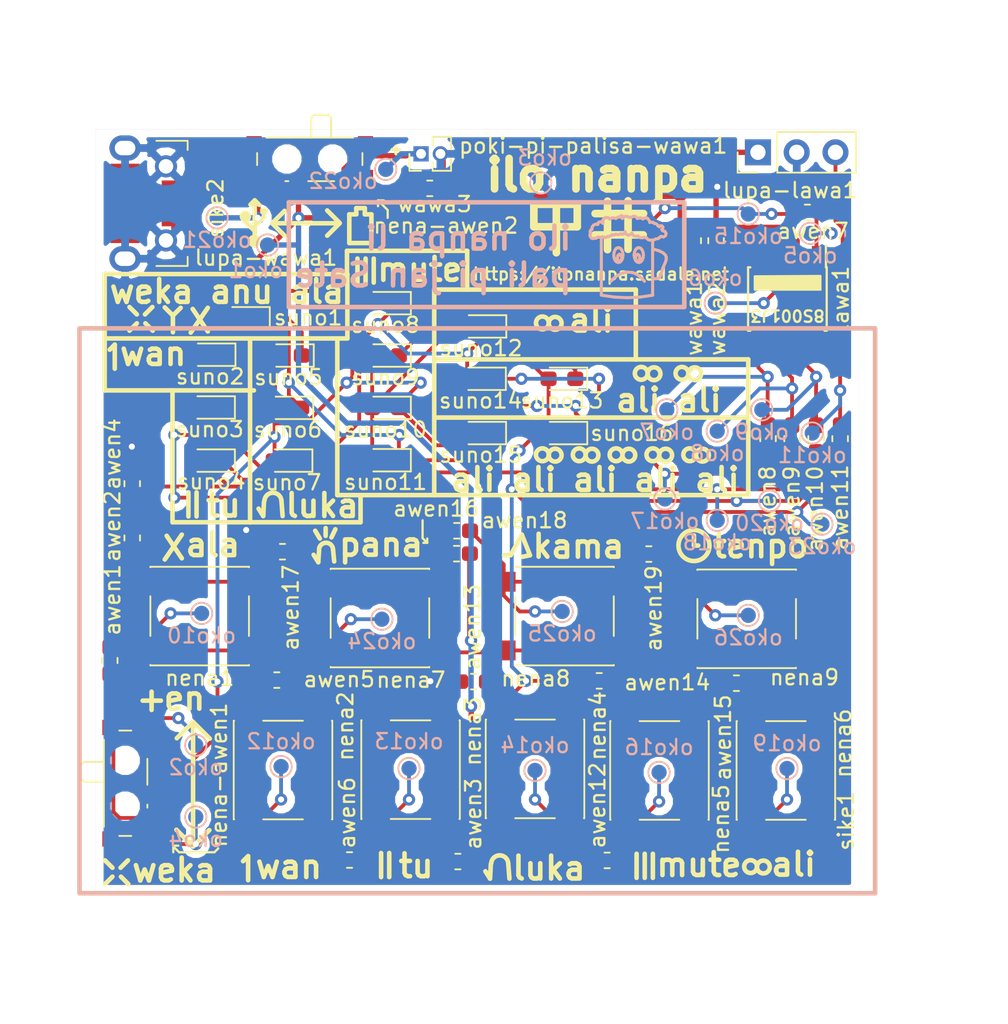
<source format=kicad_pcb>
(kicad_pcb (version 20171130) (host pcbnew 5.0.1)
  (layers (0 F.Cu signal) (31 B.Cu signal) (34 B.Paste user) (35 F.Paste user) (36 B.SilkS user) (37 F.SilkS user) (38 B.Mask user) (39 F.Mask user) (44 Edge.Cuts user))
  (net 0 "")
  (net 1 "Net-(awen1-Pad2)")
  (net 2 VDD)
  (net 3 "Net-(awen2-Pad1)")
  (net 4 GND)
  (net 5 "Net-(awen3-Pad2)")
  (net 6 /AIN2)
  (net 7 "Net-(awen5-Pad2)")
  (net 8 "Net-(awen6-Pad2)")
  (net 9 /1)
  (net 10 /A)
  (net 11 /B)
  (net 12 /5)
  (net 13 /6)
  (net 14 /C)
  (net 15 /7)
  (net 16 /8)
  (net 17 /AIN4,5)
  (net 18 "Net-(awen12-Pad2)")
  (net 19 "Net-(awen14-Pad2)")
  (net 20 "Net-(awen15-Pad2)")
  (net 21 "Net-(awen16-Pad2)")
  (net 22 "Net-(awen18-Pad2)")
  (net 23 "Net-(awen19-Pad2)")
  (net 24 "Net-(lawa1-Pad3)")
  (net 25 "Net-(lupa-wawa1-Pad2)")
  (net 26 "Net-(lupa-wawa1-Pad1)")
  (net 27 "Net-(lupa-wawa1-Pad4)")
  (net 28 "Net-(lupa-wawa1-Pad3)")
  (net 29 "Net-(nena-awen2-Pad1)")
  (module Package_SO:SOIC-8_3.9x4.9mm_P1.27mm (layer F.Cu) (at 145.3134 111.1072 270)
    (fp_text reference lawa1 (at 0 -3.5 270) (layer F.SilkS))
    (fp_text value STM8S001J3)
    (pad 1 smd rect (at -2.7 -1.905 270) (size 1.55 0.6) (layers F.Cu F.Paste F.Mask) (net 9 /1))
    (pad 2 smd rect (at -2.7 -0.635 270) (size 1.55 0.6) (layers F.Cu F.Paste F.Mask) (net 4 GND))
    (pad 3 smd rect (at -2.7 0.635 270) (size 1.55 0.6) (layers F.Cu F.Paste F.Mask) (net 24 "Net-(lawa1-Pad3)"))
    (pad 4 smd rect (at -2.7 1.905 270) (size 1.55 0.6) (layers F.Cu F.Paste F.Mask) (net 2 VDD))
    (pad 5 smd rect (at 2.7 1.905 270) (size 1.55 0.6) (layers F.Cu F.Paste F.Mask) (net 12 /5))
    (pad 6 smd rect (at 2.7 0.635 270) (size 1.55 0.6) (layers F.Cu F.Paste F.Mask) (net 13 /6))
    (pad 7 smd rect (at 2.7 -0.635 270) (size 1.55 0.6) (layers F.Cu F.Paste F.Mask) (net 15 /7))
    (pad 8 smd rect (at 2.7 -1.905 270) (size 1.55 0.6) (layers F.Cu F.Paste F.Mask) (net 16 /8))
  )
  (module Fiducial:Fiducial_1mm_Dia_2mm_Outer (layer F.Cu) (at 107.823 101.981)
    (fp_text reference sike2 (at 0.0254 3.175 270) (layer F.SilkS))
    (fp_text value Fiducial_1mm_Dia_2mm_Outer)
    (pad ~ smd circle (at 0 0) (size 1 1) (layers F.Cu F.Mask) (clearance 0.5))
  )
  (module USB_Micro_B:USB_Micro-B_A01SB141B1-067 (layer F.Cu) (at 103.6574 104.844 270)
    (fp_text reference lupa-wawa1 (at 3.5632 -7.493) (layer F.SilkS))
    (fp_text value USB_B_Micro)
    (pad 6 smd rect (at -2 1.7375 270) (size 1.2 1.9) (layers F.Cu F.Mask) (net 4 GND))
    (pad 6 smd rect (at 2 1.7375 270) (size 1.2 1.9) (layers F.Cu F.Mask) (net 4 GND))
    (pad 6 thru_hole oval (at 3.625 1.7375 270) (size 1.65 2.05) (drill oval 0.95 1.35) (layers *.Cu *.Mask) (net 4 GND))
    (pad 6 thru_hole oval (at -3.625 1.7375 90) (size 1.65 2.05) (drill oval 0.95 1.35) (layers *.Cu *.Mask) (net 4 GND))
    (pad 6 thru_hole circle (at 2.425 -0.9425 270) (size 1.45 1.45) (drill 0.95) (layers *.Cu *.Mask) (net 4 GND))
    (pad 3 smd rect (at 0 -1.4625 270) (size 0.4 1.6) (layers F.Cu F.Paste F.Mask) (net 28 "Net-(lupa-wawa1-Pad3)"))
    (pad 4 smd rect (at 0.65 -1.4625 270) (size 0.4 1.6) (layers F.Cu F.Paste F.Mask) (net 27 "Net-(lupa-wawa1-Pad4)"))
    (pad 5 smd rect (at 1.3 -1.4625 270) (size 0.4 1.6) (layers F.Cu F.Paste F.Mask) (net 4 GND))
    (pad 1 smd rect (at -1.3 -1.4625 270) (size 0.4 1.6) (layers F.Cu F.Paste F.Mask) (net 26 "Net-(lupa-wawa1-Pad1)"))
    (pad 2 smd rect (at -0.65 -1.4625 270) (size 0.4 1.6) (layers F.Cu F.Paste F.Mask) (net 25 "Net-(lupa-wawa1-Pad2)"))
    (pad 6 thru_hole circle (at -2.425 -0.9425 270) (size 1.45 1.45) (drill 0.95) (layers *.Cu *.Mask) (net 4 GND))
  )
  (module Resistor_SMD:R_0603_1608Metric_Pad1.05x0.95mm_HandSolder (layer F.Cu) (at 100.9142 134.7838 270)
    (fp_text reference awen1 (at -3.9738 -0.1778 90) (layer F.SilkS))
    (fp_text value 470k)
    (pad 2 smd roundrect (at 0.875 0 270) (size 1.05 0.95) (layers F.Cu F.Paste F.Mask) (net 1 "Net-(awen1-Pad2)"))
    (pad 1 smd roundrect (at -0.875 0 270) (size 1.05 0.95) (layers F.Cu F.Paste F.Mask) (net 2 VDD))
  )
  (module Resistor_SMD:R_0603_1608Metric_Pad1.05x0.95mm_HandSolder (layer F.Cu) (at 102.3874 126.7574 90)
    (fp_text reference awen2 (at 0.7734 -1.2954 90) (layer F.SilkS))
    (fp_text value 470k)
    (pad 1 smd roundrect (at -0.875 0 90) (size 1.05 0.95) (layers F.Cu F.Paste F.Mask) (net 3 "Net-(awen2-Pad1)"))
    (pad 2 smd roundrect (at 0.875 0 90) (size 1.05 0.95) (layers F.Cu F.Paste F.Mask) (net 4 GND))
  )
  (module Resistor_SMD:R_0603_1608Metric_Pad1.05x0.95mm_HandSolder (layer F.Cu) (at 123.7234 147.955 180)
    (fp_text reference awen3 (at -1.016 3.1242 270) (layer F.SilkS))
    (fp_text value 10k)
    (pad 2 smd roundrect (at 0.875 0 180) (size 1.05 0.95) (layers F.Cu F.Paste F.Mask) (net 5 "Net-(awen3-Pad2)"))
    (pad 1 smd roundrect (at -0.875 0 180) (size 1.05 0.95) (layers F.Cu F.Paste F.Mask) (net 2 VDD))
  )
  (module Resistor_SMD:R_0603_1608Metric_Pad1.05x0.95mm_HandSolder (layer F.Cu) (at 102.3874 123.204 270)
    (fp_text reference awen4 (at -1.9444 1.2954 270) (layer F.SilkS))
    (fp_text value 470k)
    (pad 1 smd roundrect (at -0.875 0 270) (size 1.05 0.95) (layers F.Cu F.Paste F.Mask) (net 4 GND))
    (pad 2 smd roundrect (at 0.875 0 270) (size 1.05 0.95) (layers F.Cu F.Paste F.Mask) (net 6 /AIN2))
  )
  (module Resistor_SMD:R_0603_1608Metric_Pad1.05x0.95mm_HandSolder (layer F.Cu) (at 111.8616 136.0678 180)
    (fp_text reference awen5 (at -4.0894 0.0508) (layer F.SilkS))
    (fp_text value 20k)
    (pad 2 smd roundrect (at 0.875 0 180) (size 1.05 0.95) (layers F.Cu F.Paste F.Mask) (net 7 "Net-(awen5-Pad2)"))
    (pad 1 smd roundrect (at -0.875 0 180) (size 1.05 0.95) (layers F.Cu F.Paste F.Mask) (net 6 /AIN2))
  )
  (module Resistor_SMD:R_0603_1608Metric_Pad1.05x0.95mm_HandSolder (layer F.Cu) (at 116.6254 147.8534)
    (fp_text reference awen6 (at -0.1524 -3.0988 90) (layer F.SilkS))
    (fp_text value 20k)
    (pad 2 smd roundrect (at 0.875 0) (size 1.05 0.95) (layers F.Cu F.Paste F.Mask) (net 8 "Net-(awen6-Pad2)"))
    (pad 1 smd roundrect (at -0.875 0) (size 1.05 0.95) (layers F.Cu F.Paste F.Mask) (net 7 "Net-(awen5-Pad2)"))
  )
  (module Resistor_SMD:R_0603_1608Metric_Pad1.05x0.95mm_HandSolder (layer F.Cu) (at 146.6228 105.4354)
    (fp_text reference awen7 (at 0.367 1.2192) (layer F.SilkS))
    (fp_text value 120)
    (pad 2 smd roundrect (at 0.875 0) (size 1.05 0.95) (layers F.Cu F.Paste F.Mask) (net 9 /1))
    (pad 1 smd roundrect (at -0.875 0) (size 1.05 0.95) (layers F.Cu F.Paste F.Mask) (net 10 /A))
  )
  (module Resistor_SMD:R_0603_1608Metric_Pad1.05x0.95mm_HandSolder (layer F.Cu) (at 144.0434 120.255 90)
    (fp_text reference awen8 (at -4.1148 -0.0254 90) (layer F.SilkS))
    (fp_text value 120)
    (pad 1 smd roundrect (at -0.875 0 90) (size 1.05 0.95) (layers F.Cu F.Paste F.Mask) (net 11 /B))
    (pad 2 smd roundrect (at 0.875 0 90) (size 1.05 0.95) (layers F.Cu F.Paste F.Mask) (net 12 /5))
  )
  (module Resistor_SMD:R_0603_1608Metric_Pad1.05x0.95mm_HandSolder (layer F.Cu) (at 145.6182 120.2576 90)
    (fp_text reference awen9 (at -4.1148 -0.0254 90) (layer F.SilkS))
    (fp_text value 120)
    (pad 2 smd roundrect (at 0.875 0 90) (size 1.05 0.95) (layers F.Cu F.Paste F.Mask) (net 13 /6))
    (pad 1 smd roundrect (at -0.875 0 90) (size 1.05 0.95) (layers F.Cu F.Paste F.Mask) (net 14 /C))
  )
  (module Resistor_SMD:R_0603_1608Metric_Pad1.05x0.95mm_HandSolder (layer F.Cu) (at 147.193 120.2576 90)
    (fp_text reference awen10 (at -4.5834 -0.0762 90) (layer F.SilkS))
    (fp_text value 120)
    (pad 2 smd roundrect (at 0.875 0 90) (size 1.05 0.95) (layers F.Cu F.Paste F.Mask) (net 15 /7))
    (pad 1 smd roundrect (at -0.875 0 90) (size 1.05 0.95) (layers F.Cu F.Paste F.Mask) (net 6 /AIN2))
  )
  (module Resistor_SMD:R_0603_1608Metric_Pad1.05x0.95mm_HandSolder (layer F.Cu) (at 148.7678 120.2576 90)
    (fp_text reference awen11 (at -4.5072 0 270) (layer F.SilkS))
    (fp_text value 120)
    (pad 2 smd roundrect (at 0.875 0 90) (size 1.05 0.95) (layers F.Cu F.Paste F.Mask) (net 16 /8))
    (pad 1 smd roundrect (at -0.875 0 90) (size 1.05 0.95) (layers F.Cu F.Paste F.Mask) (net 17 /AIN4,5))
  )
  (module Resistor_SMD:R_0603_1608Metric_Pad1.05x0.95mm_HandSolder (layer F.Cu) (at 133.5024 147.8788)
    (fp_text reference awen12 (at -0.635 -3.6068 90) (layer F.SilkS))
    (fp_text value 10k)
    (pad 1 smd roundrect (at -0.875 0) (size 1.05 0.95) (layers F.Cu F.Paste F.Mask) (net 2 VDD))
    (pad 2 smd roundrect (at 0.875 0) (size 1.05 0.95) (layers F.Cu F.Paste F.Mask) (net 18 "Net-(awen12-Pad2)"))
  )
  (module Resistor_SMD:R_0603_1608Metric_Pad1.05x0.95mm_HandSolder (layer F.Cu) (at 124.7534 136.1694)
    (fp_text reference awen13 (at -0.0648 -3.5814 90) (layer F.SilkS))
    (fp_text value 470k)
    (pad 1 smd roundrect (at -0.875 0) (size 1.05 0.95) (layers F.Cu F.Paste F.Mask) (net 4 GND))
    (pad 2 smd roundrect (at 0.875 0) (size 1.05 0.95) (layers F.Cu F.Paste F.Mask) (net 17 /AIN4,5))
  )
  (module Resistor_SMD:R_0603_1608Metric_Pad1.05x0.95mm_HandSolder (layer F.Cu) (at 132.983 136.1186)
    (fp_text reference awen14 (at 4.4564 0.1016) (layer F.SilkS))
    (fp_text value 20k)
    (pad 1 smd roundrect (at -0.875 0) (size 1.05 0.95) (layers F.Cu F.Paste F.Mask) (net 17 /AIN4,5))
    (pad 2 smd roundrect (at 0.875 0) (size 1.05 0.95) (layers F.Cu F.Paste F.Mask) (net 19 "Net-(awen14-Pad2)"))
  )
  (module Resistor_SMD:R_0603_1608Metric_Pad1.05x0.95mm_HandSolder (layer F.Cu) (at 141.972 136.271)
    (fp_text reference awen15 (at -0.875 3.556 90) (layer F.SilkS))
    (fp_text value 20k)
    (pad 1 smd roundrect (at -0.875 0) (size 1.05 0.95) (layers F.Cu F.Paste F.Mask) (net 19 "Net-(awen14-Pad2)"))
    (pad 2 smd roundrect (at 0.875 0) (size 1.05 0.95) (layers F.Cu F.Paste F.Mask) (net 20 "Net-(awen15-Pad2)"))
  )
  (module Resistor_SMD:R_0603_1608Metric_Pad1.05x0.95mm_HandSolder (layer F.Cu) (at 123.6358 127.7874 180)
    (fp_text reference awen16 (at 1.3348 2.9464 180) (layer F.SilkS))
    (fp_text value 10k)
    (pad 1 smd roundrect (at -0.875 0 180) (size 1.05 0.95) (layers F.Cu F.Paste F.Mask) (net 2 VDD))
    (pad 2 smd roundrect (at 0.875 0 180) (size 1.05 0.95) (layers F.Cu F.Paste F.Mask) (net 21 "Net-(awen16-Pad2)"))
  )
  (module Resistor_SMD:R_0603_1608Metric_Pad1.05x0.95mm_HandSolder (layer F.Cu) (at 112.2312 127.6604)
    (fp_text reference awen17 (at 0.5448 3.6576 90) (layer F.SilkS))
    (fp_text value 470k)
    (pad 2 smd roundrect (at 0.875 0) (size 1.05 0.95) (layers F.Cu F.Paste F.Mask) (net 10 /A))
    (pad 1 smd roundrect (at -0.875 0) (size 1.05 0.95) (layers F.Cu F.Paste F.Mask) (net 4 GND))
  )
  (module Resistor_SMD:R_0603_1608Metric_Pad1.05x0.95mm_HandSolder (layer F.Cu) (at 123.6472 126.2888)
    (fp_text reference awen18 (at 4.445 -0.6858) (layer F.SilkS))
    (fp_text value 20k)
    (pad 1 smd roundrect (at -0.875 0) (size 1.05 0.95) (layers F.Cu F.Paste F.Mask) (net 10 /A))
    (pad 2 smd roundrect (at 0.875 0) (size 1.05 0.95) (layers F.Cu F.Paste F.Mask) (net 22 "Net-(awen18-Pad2)"))
  )
  (module Resistor_SMD:R_0603_1608Metric_Pad1.05x0.95mm_HandSolder (layer F.Cu) (at 136.2342 127.8128)
    (fp_text reference awen19 (at 0.3162 3.556 90) (layer F.SilkS))
    (fp_text value 20k)
    (pad 1 smd roundrect (at -0.875 0) (size 1.05 0.95) (layers F.Cu F.Paste F.Mask) (net 22 "Net-(awen18-Pad2)"))
    (pad 2 smd roundrect (at 0.875 0) (size 1.05 0.95) (layers F.Cu F.Paste F.Mask) (net 23 "Net-(awen19-Pad2)"))
  )
  (module Connector_PinHeader_2.54mm:PinHeader_1x03_P2.54mm_Vertical (layer F.Cu) (at 143.383 101.4984 90)
    (fp_text reference lupa-lawa1 (at -2.4892 2.1082 180) (layer F.SilkS))
    (fp_text value "lupa lawa")
    (pad 1 thru_hole rect (at 0 0 90) (size 1.7 1.7) (drill 1) (layers *.Cu *.Mask) (net 2 VDD))
    (pad 2 thru_hole oval (at 0 2.54 90) (size 1.7 1.7) (drill 1) (layers *.Cu *.Mask) (net 4 GND))
    (pad 3 thru_hole oval (at 0 5.08 90) (size 1.7 1.7) (drill 1) (layers *.Cu *.Mask) (net 16 /8))
  )
  (module Button_Switch_SMD:SW_SPST_PTS645 (layer F.Cu) (at 106.807 131.8768 180)
    (fp_text reference nena1 (at 0 -4.05 180) (layer F.SilkS))
    (fp_text value ala)
    (pad 2 smd rect (at -3.98 2.25 180) (size 1.55 1.3) (layers F.Cu F.Paste F.Mask) (net 6 /AIN2))
    (pad 1 smd rect (at -3.98 -2.25 180) (size 1.55 1.3) (layers F.Cu F.Paste F.Mask) (net 5 "Net-(awen3-Pad2)"))
    (pad 1 smd rect (at 3.98 -2.25 180) (size 1.55 1.3) (layers F.Cu F.Paste F.Mask) (net 5 "Net-(awen3-Pad2)"))
    (pad 2 smd rect (at 3.98 2.25 180) (size 1.55 1.3) (layers F.Cu F.Paste F.Mask) (net 6 /AIN2))
  )
  (module Button_Switch_SMD:SW_SPST_PTS645 (layer F.Cu) (at 112.268 141.9606 270)
    (fp_text reference nena2 (at -2.8702 -4.0894 270) (layer F.SilkS))
    (fp_text value wan)
    (pad 2 smd rect (at -3.98 2.25 270) (size 1.55 1.3) (layers F.Cu F.Paste F.Mask) (net 7 "Net-(awen5-Pad2)"))
    (pad 1 smd rect (at -3.98 -2.25 270) (size 1.55 1.3) (layers F.Cu F.Paste F.Mask) (net 5 "Net-(awen3-Pad2)"))
    (pad 1 smd rect (at 3.98 -2.25 270) (size 1.55 1.3) (layers F.Cu F.Paste F.Mask) (net 5 "Net-(awen3-Pad2)"))
    (pad 2 smd rect (at 3.98 2.25 270) (size 1.55 1.3) (layers F.Cu F.Paste F.Mask) (net 7 "Net-(awen5-Pad2)"))
  )
  (module Button_Switch_SMD:SW_SPST_PTS645 (layer F.Cu) (at 120.6246 141.9352 270)
    (fp_text reference nena3 (at -2.5146 -4.0894 270) (layer F.SilkS))
    (fp_text value tu)
    (pad 2 smd rect (at 3.98 2.25 270) (size 1.55 1.3) (layers F.Cu F.Paste F.Mask) (net 8 "Net-(awen6-Pad2)"))
    (pad 1 smd rect (at 3.98 -2.25 270) (size 1.55 1.3) (layers F.Cu F.Paste F.Mask) (net 5 "Net-(awen3-Pad2)"))
    (pad 1 smd rect (at -3.98 -2.25 270) (size 1.55 1.3) (layers F.Cu F.Paste F.Mask) (net 5 "Net-(awen3-Pad2)"))
    (pad 2 smd rect (at -3.98 2.25 270) (size 1.55 1.3) (layers F.Cu F.Paste F.Mask) (net 8 "Net-(awen6-Pad2)"))
  )
  (module Button_Switch_SMD:SW_SPST_PTS645 (layer F.Cu) (at 128.778 141.8844 270)
    (fp_text reference nena4 (at -2.8194 -4.1148 270) (layer F.SilkS))
    (fp_text value luka)
    (pad 2 smd rect (at -3.98 2.25 270) (size 1.55 1.3) (layers F.Cu F.Paste F.Mask) (net 17 /AIN4,5))
    (pad 1 smd rect (at -3.98 -2.25 270) (size 1.55 1.3) (layers F.Cu F.Paste F.Mask) (net 18 "Net-(awen12-Pad2)"))
    (pad 1 smd rect (at 3.98 -2.25 270) (size 1.55 1.3) (layers F.Cu F.Paste F.Mask) (net 18 "Net-(awen12-Pad2)"))
    (pad 2 smd rect (at 3.98 2.25 270) (size 1.55 1.3) (layers F.Cu F.Paste F.Mask) (net 17 /AIN4,5))
  )
  (module Button_Switch_SMD:SW_SPST_PTS645 (layer F.Cu) (at 136.9314 141.986 270)
    (fp_text reference nena5 (at 3.175 -4.0386 270) (layer F.SilkS))
    (fp_text value mute)
    (pad 2 smd rect (at 3.98 2.25 270) (size 1.55 1.3) (layers F.Cu F.Paste F.Mask) (net 19 "Net-(awen14-Pad2)"))
    (pad 1 smd rect (at 3.98 -2.25 270) (size 1.55 1.3) (layers F.Cu F.Paste F.Mask) (net 18 "Net-(awen12-Pad2)"))
    (pad 1 smd rect (at -3.98 -2.25 270) (size 1.55 1.3) (layers F.Cu F.Paste F.Mask) (net 18 "Net-(awen12-Pad2)"))
    (pad 2 smd rect (at -3.98 2.25 270) (size 1.55 1.3) (layers F.Cu F.Paste F.Mask) (net 19 "Net-(awen14-Pad2)"))
  )
  (module Button_Switch_SMD:SW_SPST_PTS645 (layer F.Cu) (at 145.2118 141.986 270)
    (fp_text reference nena6 (at -1.778 -3.7592 270) (layer F.SilkS))
    (fp_text value ali)
    (pad 2 smd rect (at -3.98 2.25 270) (size 1.55 1.3) (layers F.Cu F.Paste F.Mask) (net 20 "Net-(awen15-Pad2)"))
    (pad 1 smd rect (at -3.98 -2.25 270) (size 1.55 1.3) (layers F.Cu F.Paste F.Mask) (net 18 "Net-(awen12-Pad2)"))
    (pad 1 smd rect (at 3.98 -2.25 270) (size 1.55 1.3) (layers F.Cu F.Paste F.Mask) (net 18 "Net-(awen12-Pad2)"))
    (pad 2 smd rect (at 3.98 2.25 270) (size 1.55 1.3) (layers F.Cu F.Paste F.Mask) (net 20 "Net-(awen15-Pad2)"))
  )
  (module Button_Switch_SMD:SW_SPST_PTS645 (layer F.Cu) (at 118.618 132.0038 180)
    (fp_text reference nena7 (at -2.032 -4.05 180) (layer F.SilkS))
    (fp_text value pana)
    (pad 2 smd rect (at -3.98 2.25 180) (size 1.55 1.3) (layers F.Cu F.Paste F.Mask) (net 10 /A))
    (pad 1 smd rect (at -3.98 -2.25 180) (size 1.55 1.3) (layers F.Cu F.Paste F.Mask) (net 21 "Net-(awen16-Pad2)"))
    (pad 1 smd rect (at 3.98 -2.25 180) (size 1.55 1.3) (layers F.Cu F.Paste F.Mask) (net 21 "Net-(awen16-Pad2)"))
    (pad 2 smd rect (at 3.98 2.25 180) (size 1.55 1.3) (layers F.Cu F.Paste F.Mask) (net 10 /A))
  )
  (module Button_Switch_SMD:SW_SPST_PTS645 (layer F.Cu) (at 130.7084 131.8768 180)
    (fp_text reference nena8 (at 1.8796 -4.0894 180) (layer F.SilkS))
    (fp_text value kama)
    (pad 2 smd rect (at 3.98 2.25 180) (size 1.55 1.3) (layers F.Cu F.Paste F.Mask) (net 22 "Net-(awen18-Pad2)"))
    (pad 1 smd rect (at 3.98 -2.25 180) (size 1.55 1.3) (layers F.Cu F.Paste F.Mask) (net 21 "Net-(awen16-Pad2)"))
    (pad 1 smd rect (at -3.98 -2.25 180) (size 1.55 1.3) (layers F.Cu F.Paste F.Mask) (net 21 "Net-(awen16-Pad2)"))
    (pad 2 smd rect (at -3.98 2.25 180) (size 1.55 1.3) (layers F.Cu F.Paste F.Mask) (net 22 "Net-(awen18-Pad2)"))
  )
  (module Button_Switch_SMD:SW_SPST_PTS645 (layer F.Cu) (at 142.6464 132.0546 180)
    (fp_text reference nena9 (at -3.7846 -3.8354 180) (layer F.SilkS))
    (fp_text value tenpo)
    (pad 2 smd rect (at -3.98 2.25 180) (size 1.55 1.3) (layers F.Cu F.Paste F.Mask) (net 23 "Net-(awen19-Pad2)"))
    (pad 1 smd rect (at -3.98 -2.25 180) (size 1.55 1.3) (layers F.Cu F.Paste F.Mask) (net 21 "Net-(awen16-Pad2)"))
    (pad 1 smd rect (at 3.98 -2.25 180) (size 1.55 1.3) (layers F.Cu F.Paste F.Mask) (net 21 "Net-(awen16-Pad2)"))
    (pad 2 smd rect (at 3.98 2.25 180) (size 1.55 1.3) (layers F.Cu F.Paste F.Mask) (net 23 "Net-(awen19-Pad2)"))
  )
  (module Button_Switch_SMD:SW_SPDT_PCM12 (layer F.Cu) (at 102.2604 142.8242 270)
    (fp_text reference nena-awen1 (at -0.5334 -5.8166 90) (layer F.SilkS))
    (fp_text value "en anu weka")
    (pad "" smd rect (at -3.65 -0.78 270) (size 1 0.8) (layers F.Cu F.Paste F.Mask))
    (pad "" smd rect (at 3.65 -0.78 270) (size 1 0.8) (layers F.Cu F.Paste F.Mask))
    (pad "" smd rect (at 3.65 1.43 270) (size 1 0.8) (layers F.Cu F.Paste F.Mask))
    (pad "" smd rect (at -3.65 1.43 270) (size 1 0.8) (layers F.Cu F.Paste F.Mask))
    (pad 3 smd rect (at 2.25 -1.43 270) (size 0.7 1.5) (layers F.Cu F.Paste F.Mask) (net 1 "Net-(awen1-Pad2)"))
    (pad 2 smd rect (at 0.75 -1.43 270) (size 0.7 1.5) (layers F.Cu F.Paste F.Mask) (net 11 /B))
    (pad 1 smd rect (at -2.25 -1.43 270) (size 0.7 1.5) (layers F.Cu F.Paste F.Mask) (net 3 "Net-(awen2-Pad1)"))
    (pad "" np_thru_hole circle (at 1.5 0.33 270) (size 0.9 0.9) (drill 0.9) (layers *.Cu *.Mask))
    (pad "" np_thru_hole circle (at -1.5 0.33 270) (size 0.9 0.9) (drill 0.9) (layers *.Cu *.Mask))
  )
  (module Button_Switch_SMD:SW_SPDT_PCM12 (layer F.Cu) (at 114.0206 102.268 180)
    (fp_text reference nena-awen2 (at -8.9154 -4.0386) (layer F.SilkS))
    (fp_text value "ante wawa")
    (pad "" np_thru_hole circle (at -1.5 0.33 180) (size 0.9 0.9) (drill 0.9) (layers *.Cu *.Mask))
    (pad "" np_thru_hole circle (at 1.5 0.33 180) (size 0.9 0.9) (drill 0.9) (layers *.Cu *.Mask))
    (pad 1 smd rect (at -2.25 -1.43 180) (size 0.7 1.5) (layers F.Cu F.Paste F.Mask) (net 29 "Net-(nena-awen2-Pad1)"))
    (pad 2 smd rect (at 0.75 -1.43 180) (size 0.7 1.5) (layers F.Cu F.Paste F.Mask) (net 2 VDD))
    (pad 3 smd rect (at 2.25 -1.43 180) (size 0.7 1.5) (layers F.Cu F.Paste F.Mask) (net 26 "Net-(lupa-wawa1-Pad1)"))
    (pad "" smd rect (at -3.65 1.43 180) (size 1 0.8) (layers F.Cu F.Paste F.Mask))
    (pad "" smd rect (at 3.65 1.43 180) (size 1 0.8) (layers F.Cu F.Paste F.Mask))
    (pad "" smd rect (at 3.65 -0.78 180) (size 1 0.8) (layers F.Cu F.Paste F.Mask))
    (pad "" smd rect (at -3.65 -0.78 180) (size 1 0.8) (layers F.Cu F.Paste F.Mask))
  )
  (module TestPoint:TestPoint_Pad_D1.0mm (layer B.Cu) (at 111.252 107.569)
    (fp_text reference oko1 (at -0.762 1.651) (layer B.SilkS) (effects (justify mirror)))
    (fp_text value oko)
    (pad 1 smd circle (at 0 0) (size 1 1) (layers B.Cu B.Mask) (net 2 VDD))
  )
  (module TestPoint:TestPoint_Pad_D1.0mm (layer B.Cu) (at 106.553 140.335)
    (fp_text reference oko2 (at 0 1.448) (layer B.SilkS) (effects (justify mirror)))
    (fp_text value oko)
    (pad 1 smd circle (at 0 0) (size 1 1) (layers B.Cu B.Mask) (net 3 "Net-(awen2-Pad1)"))
  )
  (module TestPoint:TestPoint_Pad_D1.0mm (layer B.Cu) (at 129.159 103.505)
    (fp_text reference oko3 (at 0.254 -1.651) (layer B.SilkS) (effects (justify mirror)))
    (fp_text value oko)
    (pad 1 smd circle (at 0 0) (size 1 1) (layers B.Cu B.Mask) (net 4 GND))
  )
  (module TestPoint:TestPoint_Pad_D1.0mm (layer B.Cu) (at 106.553 145.034)
    (fp_text reference oko4 (at 0 1.448) (layer B.SilkS) (effects (justify mirror)))
    (fp_text value oko)
    (pad 1 smd circle (at 0 0) (size 1 1) (layers B.Cu B.Mask) (net 1 "Net-(awen1-Pad2)"))
  )
  (module TestPoint:TestPoint_Pad_D1.0mm (layer B.Cu) (at 146.812 106.807)
    (fp_text reference oko5 (at 0 1.448) (layer B.SilkS) (effects (justify mirror)))
    (fp_text value oko)
    (pad 1 smd circle (at 0 0) (size 1 1) (layers B.Cu B.Mask) (net 9 /1))
  )
  (module TestPoint:TestPoint_Pad_D1.0mm (layer B.Cu) (at 140.589 111.379)
    (fp_text reference oko6 (at 0 -1.651) (layer B.SilkS) (effects (justify mirror)))
    (fp_text value oko)
    (pad 1 smd circle (at 0 0) (size 1 1) (layers B.Cu B.Mask) (net 24 "Net-(lawa1-Pad3)"))
  )
  (module TestPoint:TestPoint_Pad_D1.0mm (layer B.Cu) (at 137.414 118.364)
    (fp_text reference oko7 (at 0 1.448) (layer B.SilkS) (effects (justify mirror)))
    (fp_text value oko)
    (pad 1 smd circle (at 0 0) (size 1 1) (layers B.Cu B.Mask) (net 12 /5))
  )
  (module TestPoint:TestPoint_Pad_D1.0mm (layer B.Cu) (at 140.716 119.761)
    (fp_text reference oko8 (at 0 1.448) (layer B.SilkS) (effects (justify mirror)))
    (fp_text value oko)
    (pad 1 smd circle (at 0 0) (size 1 1) (layers B.Cu B.Mask) (net 13 /6))
  )
  (module TestPoint:TestPoint_Pad_D1.0mm (layer B.Cu) (at 143.637 118.364)
    (fp_text reference oko9 (at 0 1.448) (layer B.SilkS) (effects (justify mirror)))
    (fp_text value oko)
    (pad 1 smd circle (at 0 0) (size 1 1) (layers B.Cu B.Mask) (net 15 /7))
  )
  (module TestPoint:TestPoint_Pad_D1.0mm (layer B.Cu) (at 106.934 131.699)
    (fp_text reference oko10 (at 0 1.448) (layer B.SilkS) (effects (justify mirror)))
    (fp_text value oko)
    (pad 1 smd circle (at 0 0) (size 1 1) (layers B.Cu B.Mask) (net 5 "Net-(awen3-Pad2)"))
  )
  (module TestPoint:TestPoint_Pad_D1.0mm (layer B.Cu) (at 146.939 119.888)
    (fp_text reference oko11 (at 0 1.448) (layer B.SilkS) (effects (justify mirror)))
    (fp_text value oko)
    (pad 1 smd circle (at 0 0) (size 1 1) (layers B.Cu B.Mask) (net 16 /8))
  )
  (module TestPoint:TestPoint_Pad_D1.0mm (layer B.Cu) (at 112.141 141.732)
    (fp_text reference oko12 (at 0 -1.651) (layer B.SilkS) (effects (justify mirror)))
    (fp_text value oko)
    (pad 1 smd circle (at 0 0) (size 1 1) (layers B.Cu B.Mask) (net 7 "Net-(awen5-Pad2)"))
  )
  (module TestPoint:TestPoint_Pad_D1.0mm (layer B.Cu) (at 120.523 141.859)
    (fp_text reference oko13 (at 0 -1.778) (layer B.SilkS) (effects (justify mirror)))
    (fp_text value oko)
    (pad 1 smd circle (at 0 0) (size 1 1) (layers B.Cu B.Mask) (net 8 "Net-(awen6-Pad2)"))
  )
  (module TestPoint:TestPoint_Pad_D1.0mm (layer B.Cu) (at 128.778 141.986)
    (fp_text reference oko14 (at 0 -1.651) (layer B.SilkS) (effects (justify mirror)))
    (fp_text value oko)
    (pad 1 smd circle (at 0 0) (size 1 1) (layers B.Cu B.Mask) (net 18 "Net-(awen12-Pad2)"))
  )
  (module TestPoint:TestPoint_Pad_D1.0mm (layer B.Cu) (at 142.748 105.537)
    (fp_text reference oko15 (at 0 1.448) (layer B.SilkS) (effects (justify mirror)))
    (fp_text value oko)
    (pad 1 smd circle (at 0 0) (size 1 1) (layers B.Cu B.Mask) (net 10 /A))
  )
  (module TestPoint:TestPoint_Pad_D1.0mm (layer B.Cu) (at 136.906 142.113)
    (fp_text reference oko16 (at 0 -1.651) (layer B.SilkS) (effects (justify mirror)))
    (fp_text value oko)
    (pad 1 smd circle (at 0 0) (size 1 1) (layers B.Cu B.Mask) (net 19 "Net-(awen14-Pad2)"))
  )
  (module TestPoint:TestPoint_Pad_D1.0mm (layer B.Cu) (at 137.287 124.206)
    (fp_text reference oko17 (at 0 1.448) (layer B.SilkS) (effects (justify mirror)))
    (fp_text value oko)
    (pad 1 smd circle (at 0 0) (size 1 1) (layers B.Cu B.Mask) (net 11 /B))
  )
  (module TestPoint:TestPoint_Pad_D1.0mm (layer B.Cu) (at 140.716 125.603)
    (fp_text reference oko18 (at 0 1.448) (layer B.SilkS) (effects (justify mirror)))
    (fp_text value oko)
    (pad 1 smd circle (at 0 0) (size 1 1) (layers B.Cu B.Mask) (net 14 /C))
  )
  (module TestPoint:TestPoint_Pad_D1.0mm (layer B.Cu) (at 145.288 141.859)
    (fp_text reference oko19 (at 0 -1.651) (layer B.SilkS) (effects (justify mirror)))
    (fp_text value oko)
    (pad 1 smd circle (at 0 0) (size 1 1) (layers B.Cu B.Mask) (net 20 "Net-(awen15-Pad2)"))
  )
  (module TestPoint:TestPoint_Pad_D1.0mm (layer B.Cu) (at 144.145 124.333)
    (fp_text reference oko20 (at 0 1.448) (layer B.SilkS) (effects (justify mirror)))
    (fp_text value oko)
    (pad 1 smd circle (at 0 0) (size 1 1) (layers B.Cu B.Mask) (net 6 /AIN2))
  )
  (module TestPoint:TestPoint_Pad_D1.0mm (layer B.Cu) (at 107.95 105.791)
    (fp_text reference oko21 (at 0 1.448) (layer B.SilkS) (effects (justify mirror)))
    (fp_text value oko)
    (pad 1 smd circle (at 0 0) (size 1 1) (layers B.Cu B.Mask) (net 26 "Net-(lupa-wawa1-Pad1)"))
  )
  (module TestPoint:TestPoint_Pad_D1.0mm (layer B.Cu) (at 118.999 102.616)
    (fp_text reference oko22 (at -2.794 0.762) (layer B.SilkS) (effects (justify mirror)))
    (fp_text value oko)
    (pad 1 smd circle (at 0 0) (size 1 1) (layers B.Cu B.Mask) (net 29 "Net-(nena-awen2-Pad1)"))
  )
  (module TestPoint:TestPoint_Pad_D1.0mm (layer B.Cu) (at 147.574 125.857)
    (fp_text reference oko23 (at 0 1.448) (layer B.SilkS) (effects (justify mirror)))
    (fp_text value oko)
    (pad 1 smd circle (at 0 0) (size 1 1) (layers B.Cu B.Mask) (net 17 /AIN4,5))
  )
  (module TestPoint:TestPoint_Pad_D1.0mm (layer B.Cu) (at 118.745 132.08)
    (fp_text reference oko24 (at 0 1.448) (layer B.SilkS) (effects (justify mirror)))
    (fp_text value oko)
    (pad 1 smd circle (at 0 0) (size 1 1) (layers B.Cu B.Mask) (net 21 "Net-(awen16-Pad2)"))
  )
  (module TestPoint:TestPoint_Pad_D1.0mm (layer B.Cu) (at 130.556 131.572)
    (fp_text reference oko25 (at 0 1.448) (layer B.SilkS) (effects (justify mirror)))
    (fp_text value oko)
    (pad 1 smd circle (at 0 0) (size 1 1) (layers B.Cu B.Mask) (net 22 "Net-(awen18-Pad2)"))
  )
  (module TestPoint:TestPoint_Pad_D1.0mm (layer B.Cu) (at 142.748 131.826)
    (fp_text reference oko26 (at 0 1.448) (layer B.SilkS) (effects (justify mirror)))
    (fp_text value oko)
    (pad 1 smd circle (at 0 0) (size 1 1) (layers B.Cu B.Mask) (net 23 "Net-(awen19-Pad2)"))
  )
  (module Connector_PinHeader_1.27mm:PinHeader_1x02_P1.27mm_Vertical (layer F.Cu) (at 121.3104 101.6 90)
    (fp_text reference poki-pi-palisa-wawa1 (at 0.5334 11.2776 180) (layer F.SilkS))
    (fp_text value "wawa palisa \"AAA\" tu wan")
    (pad 1 thru_hole rect (at 0 0 90) (size 1 1) (drill 0.65) (layers *.Cu *.Mask) (net 29 "Net-(nena-awen2-Pad1)"))
    (pad 2 thru_hole oval (at 0 1.27 90) (size 1 1) (drill 0.65) (layers *.Cu *.Mask) (net 4 GND))
  )
  (module LED_SMD:LED_0603_1608Metric_Pad1.05x0.95mm_HandSolder (layer F.Cu) (at 109.742 112.3696 180)
    (fp_text reference suno1 (at -4.177 0.0508 180) (layer F.SilkS))
    (fp_text value "weka anu ala")
    (pad 2 smd roundrect (at 0.875 0 180) (size 1.05 0.95) (layers F.Cu F.Paste F.Mask) (net 10 /A))
    (pad 1 smd roundrect (at -0.875 0 180) (size 1.05 0.95) (layers F.Cu F.Paste F.Mask) (net 11 /B))
  )
  (module LED_SMD:LED_0603_1608Metric_Pad1.05x0.95mm_HandSolder (layer F.Cu) (at 107.4928 114.7572 180)
    (fp_text reference suno2 (at 0 -1.43 180) (layer F.SilkS))
    (fp_text value wan)
    (pad 2 smd roundrect (at 0.875 0 180) (size 1.05 0.95) (layers F.Cu F.Paste F.Mask) (net 10 /A))
    (pad 1 smd roundrect (at -0.875 0 180) (size 1.05 0.95) (layers F.Cu F.Paste F.Mask) (net 14 /C))
  )
  (module LED_SMD:LED_0603_1608Metric_Pad1.05x0.95mm_HandSolder (layer F.Cu) (at 107.456 118.2116 180)
    (fp_text reference suno3 (at 0 -1.43 180) (layer F.SilkS))
    (fp_text value tu)
    (pad 1 smd roundrect (at -0.875 0 180) (size 1.05 0.95) (layers F.Cu F.Paste F.Mask) (net 6 /AIN2))
    (pad 2 smd roundrect (at 0.875 0 180) (size 1.05 0.95) (layers F.Cu F.Paste F.Mask) (net 10 /A))
  )
  (module LED_SMD:LED_0603_1608Metric_Pad1.05x0.95mm_HandSolder (layer F.Cu) (at 107.456 121.6914 180)
    (fp_text reference suno4 (at -0.113 -1.3716 180) (layer F.SilkS))
    (fp_text value tu)
    (pad 1 smd roundrect (at -0.875 0 180) (size 1.05 0.95) (layers F.Cu F.Paste F.Mask) (net 17 /AIN4,5))
    (pad 2 smd roundrect (at 0.875 0 180) (size 1.05 0.95) (layers F.Cu F.Paste F.Mask) (net 10 /A))
  )
  (module LED_SMD:LED_0603_1608Metric_Pad1.05x0.95mm_HandSolder (layer F.Cu) (at 112.6236 114.808 180)
    (fp_text reference suno5 (at 0 -1.43 180) (layer F.SilkS))
    (fp_text value luka)
    (pad 1 smd roundrect (at -0.875 0 180) (size 1.05 0.95) (layers F.Cu F.Paste F.Mask) (net 10 /A))
    (pad 2 smd roundrect (at 0.875 0 180) (size 1.05 0.95) (layers F.Cu F.Paste F.Mask) (net 11 /B))
  )
  (module LED_SMD:LED_0603_1608Metric_Pad1.05x0.95mm_HandSolder (layer F.Cu) (at 112.5868 118.237 180)
    (fp_text reference suno6 (at 0 -1.43 180) (layer F.SilkS))
    (fp_text value luka)
    (pad 2 smd roundrect (at 0.875 0 180) (size 1.05 0.95) (layers F.Cu F.Paste F.Mask) (net 11 /B))
    (pad 1 smd roundrect (at -0.875 0 180) (size 1.05 0.95) (layers F.Cu F.Paste F.Mask) (net 14 /C))
  )
  (module LED_SMD:LED_0603_1608Metric_Pad1.05x0.95mm_HandSolder (layer F.Cu) (at 112.5334 121.6914 180)
    (fp_text reference suno7 (at 0 -1.43 180) (layer F.SilkS))
    (fp_text value luka)
    (pad 1 smd roundrect (at -0.875 0 180) (size 1.05 0.95) (layers F.Cu F.Paste F.Mask) (net 6 /AIN2))
    (pad 2 smd roundrect (at 0.875 0 180) (size 1.05 0.95) (layers F.Cu F.Paste F.Mask) (net 11 /B))
  )
  (module LED_SMD:LED_0603_1608Metric_Pad1.05x0.95mm_HandSolder (layer F.Cu) (at 118.985 111.379 180)
    (fp_text reference suno8 (at 0 -1.43 180) (layer F.SilkS))
    (fp_text value mute)
    (pad 2 smd roundrect (at 0.875 0 180) (size 1.05 0.95) (layers F.Cu F.Paste F.Mask) (net 11 /B))
    (pad 1 smd roundrect (at -0.875 0 180) (size 1.05 0.95) (layers F.Cu F.Paste F.Mask) (net 17 /AIN4,5))
  )
  (module LED_SMD:LED_0603_1608Metric_Pad1.05x0.95mm_HandSolder (layer F.Cu) (at 118.985 114.808 180)
    (fp_text reference suno9 (at 0 -1.43 180) (layer F.SilkS))
    (fp_text value mute)
    (pad 1 smd roundrect (at -0.875 0 180) (size 1.05 0.95) (layers F.Cu F.Paste F.Mask) (net 10 /A))
    (pad 2 smd roundrect (at 0.875 0 180) (size 1.05 0.95) (layers F.Cu F.Paste F.Mask) (net 6 /AIN2))
  )
  (module LED_SMD:LED_0603_1608Metric_Pad1.05x0.95mm_HandSolder (layer F.Cu) (at 118.985 118.237 180)
    (fp_text reference suno10 (at 0 -1.43 180) (layer F.SilkS))
    (fp_text value mute)
    (pad 2 smd roundrect (at 0.875 0 180) (size 1.05 0.95) (layers F.Cu F.Paste F.Mask) (net 6 /AIN2))
    (pad 1 smd roundrect (at -0.875 0 180) (size 1.05 0.95) (layers F.Cu F.Paste F.Mask) (net 11 /B))
  )
  (module LED_SMD:LED_0603_1608Metric_Pad1.05x0.95mm_HandSolder (layer F.Cu) (at 118.985 121.666 180)
    (fp_text reference suno11 (at 0 -1.43 180) (layer F.SilkS))
    (fp_text value mute)
    (pad 1 smd roundrect (at -0.875 0 180) (size 1.05 0.95) (layers F.Cu F.Paste F.Mask) (net 14 /C))
    (pad 2 smd roundrect (at 0.875 0 180) (size 1.05 0.95) (layers F.Cu F.Paste F.Mask) (net 6 /AIN2))
  )
  (module LED_SMD:LED_0603_1608Metric_Pad1.05x0.95mm_HandSolder (layer F.Cu) (at 125.236 112.903 180)
    (fp_text reference suno12 (at 0 -1.43 180) (layer F.SilkS))
    (fp_text value ali)
    (pad 2 smd roundrect (at 0.875 0 180) (size 1.05 0.95) (layers F.Cu F.Paste F.Mask) (net 6 /AIN2))
    (pad 1 smd roundrect (at -0.875 0 180) (size 1.05 0.95) (layers F.Cu F.Paste F.Mask) (net 17 /AIN4,5))
  )
  (module LED_SMD:LED_0603_1608Metric_Pad1.05x0.95mm_HandSolder (layer F.Cu) (at 130.542 116.332 180)
    (fp_text reference suno13 (at 0 -1.43 180) (layer F.SilkS))
    (fp_text value "ali ali")
    (pad 2 smd roundrect (at 0.875 0 180) (size 1.05 0.95) (layers F.Cu F.Paste F.Mask) (net 17 /AIN4,5))
    (pad 1 smd roundrect (at -0.875 0 180) (size 1.05 0.95) (layers F.Cu F.Paste F.Mask) (net 10 /A))
  )
  (module LED_SMD:LED_0603_1608Metric_Pad1.05x0.95mm_HandSolder (layer F.Cu) (at 125.208 116.332 180)
    (fp_text reference suno14 (at 0 -1.43 180) (layer F.SilkS))
    (fp_text value "ali ali")
    (pad 1 smd roundrect (at -0.875 0 180) (size 1.05 0.95) (layers F.Cu F.Paste F.Mask) (net 11 /B))
    (pad 2 smd roundrect (at 0.875 0 180) (size 1.05 0.95) (layers F.Cu F.Paste F.Mask) (net 17 /AIN4,5))
  )
  (module LED_SMD:LED_0603_1608Metric_Pad1.05x0.95mm_HandSolder (layer F.Cu) (at 125.222 119.888 180)
    (fp_text reference suno15 (at 0 -1.43 180) (layer F.SilkS))
    (fp_text value "ali ali ali ali ali")
    (pad 2 smd roundrect (at 0.875 0 180) (size 1.05 0.95) (layers F.Cu F.Paste F.Mask) (net 17 /AIN4,5))
    (pad 1 smd roundrect (at -0.875 0 180) (size 1.05 0.95) (layers F.Cu F.Paste F.Mask) (net 14 /C))
  )
  (module LED_SMD:LED_0603_1608Metric_Pad1.05x0.95mm_HandSolder (layer F.Cu) (at 130.542 119.888 180)
    (fp_text reference suno16 (at -4.586 0 180) (layer F.SilkS))
    (fp_text value "ali ali ali ali ali")
    (pad 1 smd roundrect (at -0.875 0 180) (size 1.05 0.95) (layers F.Cu F.Paste F.Mask) (net 6 /AIN2))
    (pad 2 smd roundrect (at 0.875 0 180) (size 1.05 0.95) (layers F.Cu F.Paste F.Mask) (net 17 /AIN4,5))
  )
  (module Capacitor_SMD:C_0603_1608Metric_Pad1.05x0.95mm_HandSolder (layer F.Cu) (at 139.1412 107.2896 270)
    (fp_text reference wawa1 (at 5.1054 -0.0508 270) (layer F.SilkS))
    (fp_text value 100n)
    (pad 1 smd roundrect (at -0.875 0 270) (size 1.05 0.95) (layers F.Cu F.Paste F.Mask) (net 4 GND))
    (pad 2 smd roundrect (at 0.875 0 270) (size 1.05 0.95) (layers F.Cu F.Paste F.Mask) (net 2 VDD))
  )
  (module Capacitor_SMD:C_0603_1608Metric_Pad1.05x0.95mm_HandSolder (layer F.Cu) (at 140.6398 107.2896 270)
    (fp_text reference wawa2 (at 5.1054 -0.0762 270) (layer F.SilkS))
    (fp_text value 2u2)
    (pad 1 smd roundrect (at -0.875 0 270) (size 1.05 0.95) (layers F.Cu F.Paste F.Mask) (net 4 GND))
    (pad 2 smd roundrect (at 0.875 0 270) (size 1.05 0.95) (layers F.Cu F.Paste F.Mask) (net 24 "Net-(lawa1-Pad3)"))
  )
  (module Capacitor_SMD:C_0603_1608Metric_Pad1.05x0.95mm_HandSolder (layer F.Cu) (at 121.8832 103.8606)
    (fp_text reference wawa3 (at 0.3162 1.0414) (layer F.SilkS))
    (fp_text value 10u)
    (pad 2 smd roundrect (at 0.875 0) (size 1.05 0.95) (layers F.Cu F.Paste F.Mask) (net 4 GND))
    (pad 1 smd roundrect (at -0.875 0) (size 1.05 0.95) (layers F.Cu F.Paste F.Mask) (net 2 VDD))
  )
  (module Fiducial:Fiducial_1mm_Dia_2mm_Outer (layer F.Cu) (at 148.3614 148.3868)
    (fp_text reference sike1 (at 0.7874 -3.0988 90) (layer F.SilkS))
    (fp_text value Fiducial_1mm_Dia_2mm_Outer)
    (pad ~ smd circle (at 0 0) (size 1 1) (layers F.Cu F.Mask) (clearance 0.5))
  )
  (gr_text 8S001J3 (at 145.3134 112.1918 180) (layer F.SilkS) (effects (font (size 0.75 0.75))))
  (gr_poly (pts (xy 147.4724 109.601) (xy 147.4724 110.49) (xy 143.1798 110.49) (xy 143.1798 109.6264)) (layer F.SilkS) (width 0.15))
  (gr_line (start 119.126 105.283) (end 119.126 105.791) (layer F.SilkS) (width 0.15))
  (gr_line (start 118.491 104.648) (end 119.126 105.283) (layer F.SilkS) (width 0.15))
  (gr_line (start 99.06 150.03) (end 151.06 150.03) (layer B.SilkS) (width 0.3))
  (gr_line (start 151.06 113.03) (end 151.06 150.03) (layer B.SilkS) (width 0.3))
  (gr_line (start 98.933 113.03) (end 98.933 150.03) (layer B.SilkS) (width 0.3))
  (gr_line (start 99.06 113.03) (end 151.06 113.03) (layer B.SilkS) (width 0.3))
  (gr_line (start 138.557 104.775) (end 138.557 111.633) (layer B.SilkS) (width 0.3))
  (gr_line (start 112.649 104.775) (end 138.557 104.775) (layer B.SilkS) (width 0.3))
  (gr_line (start 112.649 111.633) (end 112.649 104.775) (layer B.SilkS) (width 0.3))
  (gr_line (start 138.557 111.633) (end 112.649 111.633) (layer B.SilkS) (width 0.3))
  (gr_line (start 135.503576 108.175079) (end 135.404536 108.245306) (layer B.SilkS) (width 0.2))
  (gr_line (start 135.543204 109.553865) (end 135.344011 109.438592) (layer B.SilkS) (width 0.2))
  (gr_line (start 136.82003 109.763366) (end 136.68602 109.782688) (layer B.SilkS) (width 0.2))
  (gr_line (start 136.914359 109.708575) (end 136.82003 109.763366) (layer B.SilkS) (width 0.2))
  (gr_line (start 136.977377 106.311626) (end 137.078436 106.311745) (layer B.SilkS) (width 0.2))
  (gr_line (start 134.346101 105.740875) (end 134.35933 105.686823) (layer B.SilkS) (width 0.2))
  (gr_line (start 134.211266 105.742462) (end 134.346101 105.740875) (layer B.SilkS) (width 0.2))
  (gr_line (start 137.151414 109.085203) (end 137.062295 109.383565) (layer B.SilkS) (width 0.2))
  (gr_line (start 137.31127 108.719326) (end 137.151414 109.085203) (layer B.SilkS) (width 0.2))
  (gr_line (start 132.393219 106.733552) (end 132.393457 106.65342) (layer B.SilkS) (width 0.2))
  (gr_line (start 132.43106 106.801476) (end 132.393219 106.733552) (layer B.SilkS) (width 0.2))
  (gr_line (start 136.881904 106.340706) (end 136.909519 106.375372) (layer B.SilkS) (width 0.2))
  (gr_line (start 134.479244 105.660698) (end 134.517112 105.715182) (layer B.SilkS) (width 0.2))
  (gr_line (start 133.939153 108.230099) (end 133.962153 108.043005) (layer B.SilkS) (width 0.2))
  (gr_line (start 132.40462 107.022678) (end 132.374502 106.936048) (layer B.SilkS) (width 0.2))
  (gr_line (start 132.482174 107.125495) (end 132.40462 107.022678) (layer B.SilkS) (width 0.2))
  (gr_line (start 135.576162 108.718996) (end 135.693774 108.680576) (layer B.SilkS) (width 0.2))
  (gr_line (start 135.671059 110.981279) (end 134.835037 111.023255) (layer B.SilkS) (width 0.2))
  (gr_line (start 136.494419 110.856998) (end 135.671059 110.981279) (layer B.SilkS) (width 0.2))
  (gr_line (start 136.68602 109.782688) (end 136.502023 109.761324) (layer B.SilkS) (width 0.2))
  (gr_line (start 134.737676 106.857083) (end 134.67158 106.699333) (layer B.SilkS) (width 0.2))
  (gr_line (start 134.904874 106.930666) (end 134.737676 106.857083) (layer B.SilkS) (width 0.2))
  (gr_line (start 135.237656 106.957535) (end 135.165669 106.882625) (layer B.SilkS) (width 0.2))
  (gr_line (start 133.986226 110.982103) (end 133.124501 110.856998) (layer B.SilkS) (width 0.2))
  (gr_line (start 134.835037 111.023255) (end 133.986226 110.982103) (layer B.SilkS) (width 0.2))
  (gr_line (start 135.949515 105.808426) (end 136.041463 105.802843) (layer B.SilkS) (width 0.2))
  (gr_line (start 134.438644 105.646871) (end 134.438705 105.647178) (layer B.SilkS) (width 0.2))
  (gr_line (start 134.35933 105.686823) (end 134.438644 105.646871) (layer B.SilkS) (width 0.2))
  (gr_line (start 134.125679 107.778416) (end 134.24131 107.741202) (layer B.SilkS) (width 0.2))
  (gr_line (start 132.520931 106.394109) (end 132.609079 106.269182) (layer B.SilkS) (width 0.2))
  (gr_line (start 132.508905 106.542086) (end 132.520931 106.394109) (layer B.SilkS) (width 0.2))
  (gr_line (start 133.715969 106.963993) (end 133.601108 107.011875) (layer B.SilkS) (width 0.2))
  (gr_line (start 133.773254 106.943144) (end 133.715969 106.963993) (layer B.SilkS) (width 0.2))
  (gr_line (start 136.535166 106.09854) (end 136.584325 106.147717) (layer B.SilkS) (width 0.2))
  (gr_line (start 135.602617 108.584392) (end 135.643641 108.414849) (layer B.SilkS) (width 0.2))
  (gr_line (start 135.51585 106.975447) (end 135.376384 107.005576) (layer B.SilkS) (width 0.2))
  (gr_line (start 133.210115 106.144036) (end 133.231863 106.092628) (layer B.SilkS) (width 0.2))
  (gr_line (start 133.195721 106.118187) (end 133.210115 106.144036) (layer B.SilkS) (width 0.2))
  (gr_line (start 134.454965 108.575801) (end 134.358922 108.680576) (layer B.SilkS) (width 0.2))
  (gr_line (start 137.150409 106.482505) (end 137.081956 106.553979) (layer B.SilkS) (width 0.2))
  (gr_line (start 137.325481 106.964361) (end 137.191262 107.042482) (layer B.SilkS) (width 0.2))
  (gr_line (start 135.58624 107.049158) (end 135.51585 106.975447) (layer B.SilkS) (width 0.2))
  (gr_line (start 136.17109 107.203025) (end 136.086921 107.104985) (layer B.SilkS) (width 0.2))
  (gr_line (start 134.358922 107.779622) (end 134.454965 107.884397) (layer B.SilkS) (width 0.2))
  (gr_line (start 134.453955 108.414849) (end 134.412932 108.584391) (layer B.SilkS) (width 0.2))
  (gr_line (start 134.454965 107.884397) (end 134.519719 108.039798) (layer B.SilkS) (width 0.2))
  (gr_line (start 133.309867 105.821436) (end 133.398427 105.772133) (layer B.SilkS) (width 0.2))
  (gr_line (start 133.249046 105.898121) (end 133.309867 105.821436) (layer B.SilkS) (width 0.2))
  (gr_line (start 134.820758 105.698725) (end 134.927517 105.749709) (layer B.SilkS) (width 0.2))
  (gr_line (start 133.940629 109.749281) (end 133.744478 109.94557) (layer B.SilkS) (width 0.2))
  (gr_line (start 135.602617 108.245305) (end 135.503576 108.175079) (layer B.SilkS) (width 0.2))
  (gr_line (start 133.842747 105.785907) (end 134.021497 105.809735) (layer B.SilkS) (width 0.2))
  (gr_line (start 133.68837 105.872013) (end 133.842747 105.785907) (layer B.SilkS) (width 0.2))
  (gr_line (start 134.412932 108.584391) (end 134.313893 108.654617) (layer B.SilkS) (width 0.2))
  (gr_line (start 135.662511 105.789947) (end 135.665448 105.790212) (layer B.SilkS) (width 0.2))
  (gr_line (start 132.436682 106.580972) (end 132.508905 106.542086) (layer B.SilkS) (width 0.2))
  (gr_line (start 132.393457 106.65342) (end 132.436682 106.580972) (layer B.SilkS) (width 0.2))
  (gr_line (start 134.505385 105.780552) (end 134.472188 105.810516) (layer B.SilkS) (width 0.2))
  (gr_line (start 137.149816 106.383302) (end 137.150409 106.482505) (layer B.SilkS) (width 0.2))
  (gr_line (start 134.067029 105.837935) (end 134.211266 105.742462) (layer B.SilkS) (width 0.2))
  (gr_line (start 134.021497 105.809735) (end 134.067029 105.837935) (layer B.SilkS) (width 0.2))
  (gr_line (start 136.97931 109.623533) (end 136.914359 109.708575) (layer B.SilkS) (width 0.2))
  (gr_line (start 137.062295 109.383565) (end 136.97931 109.623533) (layer B.SilkS) (width 0.2))
  (gr_line (start 134.453955 108.414849) (end 134.453955 108.414849) (layer B.SilkS) (width 0.2))
  (gr_line (start 135.947507 109.94557) (end 135.744926 109.720878) (layer B.SilkS) (width 0.2))
  (gr_line (start 134.214853 108.245306) (end 134.313893 108.175079) (layer B.SilkS) (width 0.2))
  (gr_line (start 136.918108 107.955709) (end 137.178336 108.086955) (layer B.SilkS) (width 0.2))
  (gr_line (start 136.521587 107.837309) (end 136.918108 107.955709) (layer B.SilkS) (width 0.2))
  (gr_line (start 133.016815 107.062635) (end 132.990082 107.055306) (layer B.SilkS) (width 0.2))
  (gr_line (start 133.033855 107.065281) (end 133.016815 107.062635) (layer B.SilkS) (width 0.2))
  (gr_line (start 132.577059 107.145762) (end 132.482174 107.125495) (layer B.SilkS) (width 0.2))
  (gr_line (start 132.68575 107.130496) (end 132.577059 107.145762) (layer B.SilkS) (width 0.2))
  (gr_line (start 134.659251 106.695232) (end 134.633824 106.789867) (layer B.SilkS) (width 0.2))
  (gr_line (start 134.67158 106.699333) (end 134.659251 106.695232) (layer B.SilkS) (width 0.2))
  (gr_line (start 135.503576 108.654617) (end 135.602617 108.584392) (layer B.SilkS) (width 0.2))
  (gr_line (start 137.039003 107.000993) (end 136.944412 107.069734) (layer B.SilkS) (width 0.2))
  (gr_line (start 137.144818 106.639754) (end 137.287 106.68) (layer B.SilkS) (width 0.2))
  (gr_line (start 135.362506 107.884397) (end 135.297752 108.039798) (layer B.SilkS) (width 0.2))
  (gr_line (start 133.089365 106.048125) (end 133.195721 106.118187) (layer B.SilkS) (width 0.2))
  (gr_line (start 132.964531 106.073829) (end 133.089365 106.048125) (layer B.SilkS) (width 0.2))
  (gr_line (start 137.102223 106.568664) (end 137.144818 106.639754) (layer B.SilkS) (width 0.2))
  (gr_line (start 136.183351 105.859242) (end 136.287343 106.020518) (layer B.SilkS) (width 0.2))
  (gr_line (start 133.221275 105.991936) (end 133.249046 105.898121) (layer B.SilkS) (width 0.2))
  (gr_line (start 133.231863 106.092628) (end 133.221275 105.991936) (layer B.SilkS) (width 0.2))
  (gr_line (start 133.561583 105.774522) (end 133.68837 105.872013) (layer B.SilkS) (width 0.2))
  (gr_line (start 133.398427 105.772133) (end 133.561583 105.774522) (layer B.SilkS) (width 0.2))
  (gr_line (start 137.365121 106.814219) (end 137.325481 106.964361) (layer B.SilkS) (width 0.2))
  (gr_line (start 135.376384 107.005576) (end 135.237656 106.957535) (layer B.SilkS) (width 0.2))
  (gr_line (start 134.313893 108.175079) (end 134.412932 108.245306) (layer B.SilkS) (width 0.2))
  (gr_line (start 133.172512 107.059407) (end 133.033855 107.065281) (layer B.SilkS) (width 0.2))
  (gr_line (start 133.221275 107.026213) (end 133.172512 107.059407) (layer B.SilkS) (width 0.2))
  (gr_line (start 137.191262 107.042482) (end 137.04112 107.002845) (layer B.SilkS) (width 0.2))
  (gr_line (start 134.160754 109.581408) (end 133.940629 109.749281) (layer B.SilkS) (width 0.2))
  (gr_line (start 135.833773 105.864827) (end 135.949515 105.808426) (layer B.SilkS) (width 0.2))
  (gr_line (start 136.467702 106.088963) (end 136.535166 106.09854) (layer B.SilkS) (width 0.2))
  (gr_line (start 136.683615 106.168857) (end 136.76834 106.221218) (layer B.SilkS) (width 0.2))
  (gr_line (start 134.125679 108.681782) (end 134.027653 108.575802) (layer B.SilkS) (width 0.2))
  (gr_line (start 134.504208 105.827264) (end 134.58564 105.741888) (layer B.SilkS) (width 0.2))
  (gr_line (start 135.854571 108.039798) (end 135.789817 107.884397) (layer B.SilkS) (width 0.2))
  (gr_line (start 136.294381 106.091609) (end 136.337564 106.070152) (layer B.SilkS) (width 0.2))
  (gr_line (start 135.274008 108.230099) (end 135.297752 108.420399) (layer B.SilkS) (width 0.2))
  (gr_line (start 136.105503 105.794614) (end 136.183351 105.859242) (layer B.SilkS) (width 0.2))
  (gr_line (start 136.665928 107.181952) (end 136.556625 107.245481) (layer B.SilkS) (width 0.2))
  (gr_line (start 133.940404 106.920536) (end 133.911321 106.90937) (layer B.SilkS) (width 0.2))
  (gr_line (start 134.02119 106.887338) (end 133.940404 106.920536) (layer B.SilkS) (width 0.2))
  (gr_line (start 134.17383 108.414849) (end 134.214853 108.245306) (layer B.SilkS) (width 0.2))
  (gr_line (start 135.149018 109.369117) (end 134.778308 109.343805) (layer B.SilkS) (width 0.2))
  (gr_line (start 135.404536 108.245306) (end 135.363513 108.414849) (layer B.SilkS) (width 0.2))
  (gr_line (start 132.792083 107.119588) (end 132.68575 107.130496) (layer B.SilkS) (width 0.2))
  (gr_line (start 132.876401 107.056762) (end 132.792083 107.119588) (layer B.SilkS) (width 0.2))
  (gr_line (start 135.069696 105.755001) (end 135.089381 105.764685) (layer B.SilkS) (width 0.2))
  (gr_line (start 135.362506 108.575801) (end 135.45855 108.680576) (layer B.SilkS) (width 0.2))
  (gr_line (start 135.297752 108.039798) (end 135.274008 108.230099) (layer B.SilkS) (width 0.2))
  (gr_line (start 134.475125 105.813453) (end 134.504208 105.827264) (layer B.SilkS) (width 0.2))
  (gr_line (start 133.833769 106.893204) (end 133.773254 106.943144) (layer B.SilkS) (width 0.2))
  (gr_line (start 133.911321 106.90937) (end 133.833769 106.893204) (layer B.SilkS) (width 0.2))
  (gr_line (start 135.363513 108.414849) (end 135.404537 108.584391) (layer B.SilkS) (width 0.2))
  (gr_line (start 134.313893 108.654617) (end 134.214854 108.584391) (layer B.SilkS) (width 0.2))
  (gr_line (start 135.878316 108.230099) (end 135.854571 108.039798) (layer B.SilkS) (width 0.2))
  (gr_line (start 136.428274 107.246873) (end 136.294024 107.255392) (layer B.SilkS) (width 0.2))
  (gr_line (start 132.395809 106.844365) (end 132.43106 106.801476) (layer B.SilkS) (width 0.2))
  (gr_line (start 132.374502 106.936048) (end 132.395809 106.844365) (layer B.SilkS) (width 0.2))
  (gr_line (start 137.081956 106.553979) (end 137.102223 106.568664) (layer B.SilkS) (width 0.2))
  (gr_line (start 135.665448 105.790212) (end 135.75873 105.807873) (layer B.SilkS) (width 0.2))
  (gr_line (start 134.543464 108.230099) (end 134.543464 108.230099) (layer B.SilkS) (width 0.2))
  (gr_line (start 135.693774 108.680576) (end 135.789817 108.575801) (layer B.SilkS) (width 0.2))
  (gr_line (start 135.363513 108.414849) (end 135.363513 108.414849) (layer B.SilkS) (width 0.2))
  (gr_line (start 136.337564 106.070152) (end 136.467702 106.088963) (layer B.SilkS) (width 0.2))
  (gr_line (start 134.412932 108.245306) (end 134.453955 108.414849) (layer B.SilkS) (width 0.2))
  (gr_line (start 134.027653 108.575802) (end 133.962153 108.417192) (layer B.SilkS) (width 0.2))
  (gr_line (start 135.344011 109.438592) (end 135.149018 109.369117) (layer B.SilkS) (width 0.2))
  (gr_line (start 134.358922 108.680576) (end 134.24131 108.718996) (layer B.SilkS) (width 0.2))
  (gr_line (start 136.909519 106.375372) (end 136.977377 106.311626) (layer B.SilkS) (width 0.2))
  (gr_line (start 134.557024 106.854451) (end 134.470472 106.865408) (layer B.SilkS) (width 0.2))
  (gr_line (start 134.633824 106.789867) (end 134.557024 106.854451) (layer B.SilkS) (width 0.2))
  (gr_line (start 135.576162 107.741202) (end 135.45855 107.779622) (layer B.SilkS) (width 0.2))
  (gr_line (start 134.543464 108.230099) (end 134.519719 108.420399) (layer B.SilkS) (width 0.2))
  (gr_line (start 135.45855 108.680576) (end 135.576162 108.718996) (layer B.SilkS) (width 0.2))
  (gr_line (start 137.325019 108.229993) (end 137.380904 108.383769) (layer B.SilkS) (width 0.2))
  (gr_line (start 137.178336 108.086955) (end 137.325019 108.229993) (layer B.SilkS) (width 0.2))
  (gr_line (start 134.053209 106.869135) (end 134.02119 106.887338) (layer B.SilkS) (width 0.2))
  (gr_line (start 134.069667 106.856805) (end 134.053209 106.869135) (layer B.SilkS) (width 0.2))
  (gr_line (start 134.517112 105.715182) (end 134.505385 105.780552) (layer B.SilkS) (width 0.2))
  (gr_line (start 135.680651 107.089133) (end 135.58624 107.049158) (layer B.SilkS) (width 0.2))
  (gr_line (start 135.75873 105.807873) (end 135.833773 105.864827) (layer B.SilkS) (width 0.2))
  (gr_line (start 135.274008 108.230099) (end 135.274008 108.230099) (layer B.SilkS) (width 0.2))
  (gr_line (start 136.823741 106.299873) (end 136.881904 106.340706) (layer B.SilkS) (width 0.2))
  (gr_line (start 136.587262 106.154464) (end 136.683615 106.168857) (layer B.SilkS) (width 0.2))
  (gr_line (start 135.36875 105.704169) (end 135.478615 105.833424) (layer B.SilkS) (width 0.2))
  (gr_line (start 135.075208 106.864412) (end 134.904874 106.930666) (layer B.SilkS) (width 0.2))
  (gr_line (start 135.128378 106.789503) (end 135.075208 106.864412) (layer B.SilkS) (width 0.2))
  (gr_line (start 134.438705 105.647178) (end 134.479244 105.660698) (layer B.SilkS) (width 0.2))
  (gr_line (start 134.214854 108.584391) (end 134.17383 108.414849) (layer B.SilkS) (width 0.2))
  (gr_line (start 135.789817 108.575801) (end 135.854571 108.420399) (layer B.SilkS) (width 0.2))
  (gr_line (start 133.962153 108.043005) (end 134.027653 107.884395) (layer B.SilkS) (width 0.2))
  (gr_line (start 136.287343 106.020518) (end 136.294381 106.091609) (layer B.SilkS) (width 0.2))
  (gr_line (start 134.519719 108.039798) (end 134.543464 108.230099) (layer B.SilkS) (width 0.2))
  (gr_line (start 135.789817 107.884397) (end 135.693774 107.779622) (layer B.SilkS) (width 0.2))
  (gr_line (start 135.089381 105.764685) (end 135.217039 105.684366) (layer B.SilkS) (width 0.2))
  (gr_line (start 135.165669 106.882625) (end 135.128378 106.789503) (layer B.SilkS) (width 0.2))
  (gr_line (start 134.392516 106.832411) (end 134.381642 106.841221) (layer B.SilkS) (width 0.2))
  (gr_line (start 134.470472 106.865408) (end 134.392516 106.832411) (layer B.SilkS) (width 0.2))
  (gr_line (start 134.444433 109.430409) (end 134.160754 109.581408) (layer B.SilkS) (width 0.2))
  (gr_line (start 134.519719 108.420399) (end 134.454965 108.575801) (layer B.SilkS) (width 0.2))
  (gr_line (start 134.472188 105.810516) (end 134.475125 105.813453) (layer B.SilkS) (width 0.2))
  (gr_line (start 135.854571 108.420399) (end 135.878316 108.230099) (layer B.SilkS) (width 0.2))
  (gr_line (start 136.483484 107.266777) (end 136.483484 110.847672) (layer B.SilkS) (width 0.2))
  (gr_line (start 134.24131 107.741202) (end 134.358922 107.779622) (layer B.SilkS) (width 0.2))
  (gr_line (start 136.584325 106.147717) (end 136.587262 106.154464) (layer B.SilkS) (width 0.2))
  (gr_line (start 135.80787 107.101189) (end 135.680651 107.089133) (layer B.SilkS) (width 0.2))
  (gr_line (start 135.693774 107.779622) (end 135.576162 107.741202) (layer B.SilkS) (width 0.2))
  (gr_line (start 135.478615 105.833424) (end 135.662511 105.789947) (layer B.SilkS) (width 0.2))
  (gr_line (start 134.927517 105.749709) (end 135.069696 105.755001) (layer B.SilkS) (width 0.2))
  (gr_line (start 136.76834 106.221218) (end 136.823741 106.299873) (layer B.SilkS) (width 0.2))
  (gr_line (start 136.086921 107.104985) (end 135.962075 107.07796) (layer B.SilkS) (width 0.2))
  (gr_line (start 134.027653 107.884395) (end 134.125679 107.778416) (layer B.SilkS) (width 0.2))
  (gr_line (start 135.643641 108.414849) (end 135.602617 108.245305) (layer B.SilkS) (width 0.2))
  (gr_line (start 135.962075 107.07796) (end 135.930053 107.05682) (layer B.SilkS) (width 0.2))
  (gr_line (start 137.04112 107.002845) (end 137.039003 107.000993) (layer B.SilkS) (width 0.2))
  (gr_line (start 135.404537 108.584391) (end 135.503576 108.654617) (layer B.SilkS) (width 0.2))
  (gr_line (start 137.368738 108.547231) (end 137.31127 108.719326) (layer B.SilkS) (width 0.2))
  (gr_line (start 137.380904 108.383769) (end 137.368738 108.547231) (layer B.SilkS) (width 0.2))
  (gr_line (start 135.45855 107.779622) (end 135.362506 107.884397) (layer B.SilkS) (width 0.2))
  (gr_line (start 136.294024 107.255392) (end 136.17109 107.203025) (layer B.SilkS) (width 0.2))
  (gr_line (start 135.930053 107.05682) (end 135.80787 107.101189) (layer B.SilkS) (width 0.2))
  (gr_line (start 134.24131 108.718996) (end 134.125679 108.681782) (layer B.SilkS) (width 0.2))
  (gr_line (start 134.58564 105.741888) (end 134.698383 105.69507) (layer B.SilkS) (width 0.2))
  (gr_line (start 132.746623 106.207985) (end 132.891972 106.223647) (layer B.SilkS) (width 0.2))
  (gr_line (start 132.609079 106.269182) (end 132.746623 106.207985) (layer B.SilkS) (width 0.2))
  (gr_line (start 136.863627 107.142881) (end 136.665928 107.181952) (layer B.SilkS) (width 0.2))
  (gr_line (start 135.297752 108.420399) (end 135.362506 108.575801) (layer B.SilkS) (width 0.2))
  (gr_line (start 133.344905 107.082915) (end 133.221275 107.026213) (layer B.SilkS) (width 0.2))
  (gr_line (start 133.480373 107.053237) (end 133.344905 107.082915) (layer B.SilkS) (width 0.2))
  (gr_line (start 136.944412 107.069734) (end 136.863627 107.142881) (layer B.SilkS) (width 0.2))
  (gr_line (start 132.894022 107.062344) (end 132.876401 107.056762) (layer B.SilkS) (width 0.2))
  (gr_line (start 132.990082 107.055306) (end 132.894022 107.062344) (layer B.SilkS) (width 0.2))
  (gr_line (start 135.744926 109.720878) (end 135.543204 109.553865) (layer B.SilkS) (width 0.2))
  (gr_line (start 135.217039 105.684366) (end 135.36875 105.704169) (layer B.SilkS) (width 0.2))
  (gr_line (start 137.078436 106.311745) (end 137.149816 106.383302) (layer B.SilkS) (width 0.2))
  (gr_line (start 134.225996 106.897551) (end 134.069667 106.856805) (layer B.SilkS) (width 0.2))
  (gr_line (start 134.381642 106.841221) (end 134.225996 106.897551) (layer B.SilkS) (width 0.2))
  (gr_line (start 136.556625 107.245481) (end 136.428274 107.246873) (layer B.SilkS) (width 0.2))
  (gr_line (start 133.962153 108.417192) (end 133.939153 108.230099) (layer B.SilkS) (width 0.2))
  (gr_line (start 136.041463 105.802843) (end 136.105503 105.794614) (layer B.SilkS) (width 0.2))
  (gr_line (start 134.778308 109.343805) (end 134.444433 109.430409) (layer B.SilkS) (width 0.2))
  (gr_line (start 134.698383 105.69507) (end 134.820758 105.698725) (layer B.SilkS) (width 0.2))
  (gr_line (start 133.529726 107.012404) (end 133.480373 107.053237) (layer B.SilkS) (width 0.2))
  (gr_line (start 133.601108 107.011875) (end 133.529726 107.012404) (layer B.SilkS) (width 0.2))
  (gr_line (start 133.121969 107.07511) (end 133.121969 110.847672) (layer B.SilkS) (width 0.2))
  (gr_line (start 132.90757 106.140177) (end 132.964531 106.073829) (layer B.SilkS) (width 0.2))
  (gr_line (start 132.891972 106.223647) (end 132.90757 106.140177) (layer B.SilkS) (width 0.2))
  (gr_line (start 137.287 106.68) (end 137.365121 106.814219) (layer B.SilkS) (width 0.2))
  (gr_text "ilo nanpa li\npali pi jan Sate" (at 131.318 108.331) (layer B.SilkS) (effects (font (size 1.5 1.5) (thickness 0.3)) (justify left mirror)))
  (gr_text https://ilonanpa.sadale.net (at 133.096 109.474) (layer F.SilkS) (effects (font (size 0.8 0.8))))
  (gr_line (start 118.491 104.648) (end 118.872 104.648) (layer F.SilkS) (width 0.15))
  (gr_line (start 118.491 104.648) (end 118.491 105.029) (layer F.SilkS) (width 0.15))
  (gr_line (start 142.748 123.952) (end 122.174 123.952) (layer F.SilkS) (width 0.3))
  (gr_line (start 142.748 118.872) (end 142.748 123.952) (layer F.SilkS) (width 0.3))
  (gr_circle (center 139.7508 121.3358) (end 140.1318 121.5136) (layer F.SilkS) (width 0.3))
  (gr_circle (center 138.9126 121.3104) (end 139.2936 121.4882) (layer F.SilkS) (width 0.3))
  (gr_circle (center 137.3378 121.3358) (end 137.7188 121.5136) (layer F.SilkS) (width 0.3))
  (gr_circle (center 136.4996 121.3104) (end 136.8806 121.4882) (layer F.SilkS) (width 0.3))
  (gr_circle (center 134.9248 121.3358) (end 135.3058 121.5136) (layer F.SilkS) (width 0.3))
  (gr_circle (center 134.0866 121.3104) (end 134.4676 121.4882) (layer F.SilkS) (width 0.3))
  (gr_circle (center 131.6736 121.3104) (end 132.0546 121.4882) (layer F.SilkS) (width 0.3))
  (gr_circle (center 132.5118 121.3358) (end 132.8928 121.5136) (layer F.SilkS) (width 0.3))
  (gr_circle (center 129.2606 121.3104) (end 129.6416 121.4882) (layer F.SilkS) (width 0.3))
  (gr_circle (center 130.0988 121.3358) (end 130.4798 121.5136) (layer F.SilkS) (width 0.3))
  (gr_text "ali ali ali ali ali" (at 132.715 122.936) (layer F.SilkS) (effects (font (size 1.5 1.5) (thickness 0.3))))
  (gr_line (start 142.748 118.872) (end 122.301 118.872) (layer F.SilkS) (width 0.3))
  (gr_line (start 142.748 115.062) (end 142.748 118.872) (layer F.SilkS) (width 0.3))
  (gr_line (start 135.382 115.062) (end 142.748 115.062) (layer F.SilkS) (width 0.3))
  (gr_circle (center 138.4046 115.9764) (end 138.7856 116.1542) (layer F.SilkS) (width 0.3))
  (gr_circle (center 139.2428 116.0018) (end 139.6238 116.1796) (layer F.SilkS) (width 0.3))
  (gr_circle (center 136.5758 116.0018) (end 136.9568 116.1796) (layer F.SilkS) (width 0.3))
  (gr_circle (center 135.7376 115.9764) (end 136.1186 116.1542) (layer F.SilkS) (width 0.3))
  (gr_text "ali ali" (at 137.541 117.729) (layer F.SilkS) (effects (font (size 1.5 1.5) (thickness 0.3))))
  (gr_line (start 135.382 115.062) (end 122.174 115.062) (layer F.SilkS) (width 0.3))
  (gr_line (start 135.382 110.49) (end 135.382 115.062) (layer F.SilkS) (width 0.3))
  (gr_line (start 124.333 110.49) (end 135.382 110.49) (layer F.SilkS) (width 0.3))
  (gr_circle (center 129.2606 112.6744) (end 129.6416 112.8522) (layer F.SilkS) (width 0.3))
  (gr_text ali (at 132.461 112.4966) (layer F.SilkS) (effects (font (size 1.5 1.5) (thickness 0.3))))
  (gr_circle (center 130.0988 112.6998) (end 130.4798 112.8776) (layer F.SilkS) (width 0.3))
  (gr_line (start 122.174 123.952) (end 117.348 123.952) (layer F.SilkS) (width 0.3))
  (gr_line (start 122.174 110.49) (end 122.174 123.952) (layer F.SilkS) (width 0.3))
  (gr_line (start 124.333 110.49) (end 122.174 110.49) (layer F.SilkS) (width 0.3))
  (gr_line (start 124.333 107.95) (end 124.333 110.49) (layer F.SilkS) (width 0.3))
  (gr_line (start 116.459 107.95) (end 124.333 107.95) (layer F.SilkS) (width 0.3))
  (gr_line (start 116.459 109.474) (end 116.459 107.95) (layer F.SilkS) (width 0.3))
  (gr_text mute (at 121.2342 109.1692) (layer F.SilkS) (effects (font (size 1.5 1.5) (thickness 0.3))))
  (gr_line (start 117.1448 108.458) (end 117.1448 110.0328) (layer F.SilkS) (width 0.3))
  (gr_line (start 117.6782 108.458) (end 117.6782 110.0328) (layer F.SilkS) (width 0.3))
  (gr_line (start 118.2116 108.458) (end 118.2116 110.0328) (layer F.SilkS) (width 0.3))
  (gr_line (start 115.824 123.952) (end 115.824 113.792) (layer F.SilkS) (width 0.3))
  (gr_line (start 117.348 123.952) (end 115.824 123.952) (layer F.SilkS) (width 0.3))
  (gr_line (start 117.348 125.73) (end 117.348 123.952) (layer F.SilkS) (width 0.3))
  (gr_line (start 121.412 126.746) (end 121.412 125.603) (layer F.SilkS) (width 0.15))
  (gr_line (start 110.109 125.73) (end 117.348 125.73) (layer F.SilkS) (width 0.3))
  (gr_arc (start 111.6076 124.3584) (end 112.1664 124.333) (angle -172.9986539) (layer F.SilkS) (width 0.3))
  (gr_line (start 112.1664 124.3584) (end 112.2426 125.3236) (layer F.SilkS) (width 0.3))
  (gr_line (start 110.9726 125.3236) (end 111.0234 124.3838) (layer F.SilkS) (width 0.3))
  (gr_line (start 110.6678 124.841) (end 110.9726 125.3236) (layer F.SilkS) (width 0.3))
  (gr_text luka (at 114.8334 124.6378) (layer F.SilkS) (effects (font (size 1.5 1.5) (thickness 0.3))))
  (gr_line (start 105.029 125.73) (end 105.029 117.094) (layer F.SilkS) (width 0.3))
  (gr_line (start 110.109 125.73) (end 105.029 125.73) (layer F.SilkS) (width 0.3))
  (gr_line (start 110.109 117.094) (end 110.109 125.73) (layer F.SilkS) (width 0.3))
  (gr_line (start 110.109 117.094) (end 110.109 113.792) (layer F.SilkS) (width 0.3))
  (gr_line (start 100.584 117.094) (end 110.363 117.094) (layer F.SilkS) (width 0.3))
  (gr_line (start 100.584 113.665) (end 100.584 117.094) (layer F.SilkS) (width 0.3))
  (gr_line (start 100.584 113.665) (end 100.584 109.474) (layer F.SilkS) (width 0.3))
  (gr_line (start 116.4844 113.6904) (end 100.584 113.6904) (layer F.SilkS) (width 0.3))
  (gr_line (start 116.4844 109.474) (end 116.4844 113.6904) (layer F.SilkS) (width 0.3))
  (gr_line (start 100.584 109.474) (end 116.4844 109.474) (layer F.SilkS) (width 0.3))
  (gr_line (start 105.0544 112.141) (end 105.0544 113.284) (layer F.SilkS) (width 0.3))
  (gr_line (start 105.0544 112.1918) (end 105.5624 111.6838) (layer F.SilkS) (width 0.3))
  (gr_line (start 104.521 111.6584) (end 105.0544 112.1918) (layer F.SilkS) (width 0.3))
  (gr_line (start 107.3404 111.6838) (end 106.2228 113.3094) (layer F.SilkS) (width 0.3))
  (gr_line (start 106.3498 111.76) (end 107.3404 113.2332) (layer F.SilkS) (width 0.3))
  (gr_line (start 103.7082 111.633) (end 103.2256 112.1156) (layer F.SilkS) (width 0.3))
  (gr_line (start 102.2096 113.1824) (end 102.6922 112.6998) (layer F.SilkS) (width 0.3))
  (gr_line (start 102.2096 111.633) (end 102.6922 112.1156) (layer F.SilkS) (width 0.3))
  (gr_line (start 103.7336 113.1824) (end 103.251 112.6998) (layer F.SilkS) (width 0.3))
  (gr_line (start 106.0704 123.7742) (end 106.0704 125.349) (layer F.SilkS) (width 0.3))
  (gr_text tu (at 108.3564 124.6124) (layer F.SilkS) (effects (font (size 1.5 1.5) (thickness 0.3))))
  (gr_line (start 106.6038 123.7742) (end 106.6038 125.349) (layer F.SilkS) (width 0.3))
  (gr_text wan (at 103.759 114.681) (layer F.SilkS) (effects (font (size 1.5 1.5) (thickness 0.3))))
  (gr_line (start 101.2444 114.0968) (end 101.2444 115.6716) (layer F.SilkS) (width 0.3))
  (gr_line (start 100.9142 114.427) (end 101.2444 114.0968) (layer F.SilkS) (width 0.3))
  (gr_text "weka anu ala" (at 108.585 110.617) (layer F.SilkS) (effects (font (size 1.5 1.5) (thickness 0.3))))
  (gr_line (start 115.1636 105.3084) (end 115.9764 106.1212) (layer F.SilkS) (width 0.3))
  (gr_line (start 115.1636 106.9594) (end 115.9764 106.1466) (layer F.SilkS) (width 0.3))
  (gr_line (start 111.6584 106.1466) (end 115.9764 106.1466) (layer F.SilkS) (width 0.3))
  (gr_line (start 111.5568 106.1466) (end 112.3696 105.3338) (layer F.SilkS) (width 0.3))
  (gr_line (start 111.5568 106.1466) (end 112.3696 106.9594) (layer F.SilkS) (width 0.3))
  (gr_line (start 117.6274 105.156) (end 117.0686 105.156) (layer F.SilkS) (width 0.3))
  (gr_line (start 117.6274 105.5624) (end 117.6274 105.156) (layer F.SilkS) (width 0.3))
  (gr_line (start 118.0592 105.5624) (end 117.6274 105.5624) (layer F.SilkS) (width 0.3))
  (gr_line (start 118.0592 107.442) (end 118.0592 105.5624) (layer F.SilkS) (width 0.3))
  (gr_line (start 116.6114 107.442) (end 118.0592 107.442) (layer F.SilkS) (width 0.3))
  (gr_line (start 116.6114 105.5624) (end 116.6114 107.442) (layer F.SilkS) (width 0.3))
  (gr_line (start 117.0686 105.5624) (end 116.6114 105.5624) (layer F.SilkS) (width 0.3))
  (gr_line (start 117.0686 105.156) (end 117.0686 105.5624) (layer F.SilkS) (width 0.3))
  (gr_line (start 110.9218 105.283) (end 110.9218 105.41) (layer F.SilkS) (width 0.3))
  (gr_line (start 110.9472 105.283) (end 110.9218 105.283) (layer F.SilkS) (width 0.3))
  (gr_line (start 111.125 105.283) (end 110.9472 105.283) (layer F.SilkS) (width 0.3))
  (gr_line (start 111.125 105.41) (end 111.125 105.283) (layer F.SilkS) (width 0.3))
  (gr_line (start 110.9218 105.41) (end 111.125 105.41) (layer F.SilkS) (width 0.3))
  (gr_circle (center 109.8042 105.6894) (end 109.8804 105.7148) (layer F.SilkS) (width 0.3))
  (gr_line (start 110.4138 104.648) (end 110.6932 104.9274) (layer F.SilkS) (width 0.3))
  (gr_line (start 110.4138 104.648) (end 110.1344 104.9274) (layer F.SilkS) (width 0.3))
  (gr_line (start 110.4138 106.1466) (end 110.4138 104.8004) (layer F.SilkS) (width 0.3))
  (gr_line (start 111.0234 105.4862) (end 111.0234 105.7148) (layer F.SilkS) (width 0.3))
  (gr_line (start 110.4138 106.3244) (end 110.998 105.7402) (layer F.SilkS) (width 0.3))
  (gr_line (start 110.4138 107.315) (end 110.4138 106.1212) (layer F.SilkS) (width 0.3))
  (gr_line (start 109.8042 105.7148) (end 109.8042 106.045) (layer F.SilkS) (width 0.3))
  (gr_line (start 110.4138 106.6546) (end 109.8042 106.045) (layer F.SilkS) (width 0.3))
  (gr_circle (center 110.3884 107.315) (end 110.5916 107.4928) (layer F.SilkS) (width 0.3))
  (gr_line (start 105.0798 146.9136) (end 105.41 146.9136) (layer F.SilkS) (width 0.15))
  (gr_line (start 105.0798 146.9644) (end 105.0798 147.3454) (layer F.SilkS) (width 0.15))
  (gr_line (start 105.4608 147.3454) (end 105.0798 146.9644) (layer F.SilkS) (width 0.15))
  (gr_line (start 107.7722 147.3454) (end 105.4608 147.3454) (layer F.SilkS) (width 0.15))
  (gr_line (start 108.0262 147.0914) (end 107.7722 147.3454) (layer F.SilkS) (width 0.15))
  (gr_line (start 106.3752 138.8618) (end 106.3752 146.939) (layer F.SilkS) (width 0.3))
  (gr_line (start 105.283 145.8722) (end 106.3752 146.9644) (layer F.SilkS) (width 0.3))
  (gr_line (start 106.3752 146.9644) (end 107.442 145.8976) (layer F.SilkS) (width 0.3))
  (gr_line (start 106.3752 138.811) (end 107.4674 139.9032) (layer F.SilkS) (width 0.3))
  (gr_line (start 105.3084 139.8778) (end 106.3752 138.811) (layer F.SilkS) (width 0.3))
  (gr_line (start 132.6896 106.9086) (end 135.8646 106.9086) (layer F.SilkS) (width 0.5))
  (gr_line (start 132.715 105.5116) (end 135.89 105.5116) (layer F.SilkS) (width 0.5))
  (gr_line (start 134.874 104.6734) (end 134.874 107.8484) (layer F.SilkS) (width 0.5))
  (gr_line (start 133.5278 104.6988) (end 133.5278 107.8738) (layer F.SilkS) (width 0.5))
  (gr_line (start 130.175 104.902) (end 130.175 108.077) (layer F.SilkS) (width 0.5))
  (gr_line (start 131.5466 104.902) (end 128.7018 104.902) (layer F.SilkS) (width 0.5))
  (gr_line (start 131.5466 106.3752) (end 131.5466 104.902) (layer F.SilkS) (width 0.5))
  (gr_line (start 128.7018 106.3752) (end 131.5466 106.3752) (layer F.SilkS) (width 0.5))
  (gr_line (start 128.7018 104.902) (end 128.7018 106.3752) (layer F.SilkS) (width 0.5))
  (gr_text "ilo nanpa" (at 132.842 102.997) (layer F.SilkS) (effects (font (size 2 2) (thickness 0.5))))
  (gr_line (start 121.7168 127.0762) (end 121.4628 127.0762) (layer F.SilkS) (width 0.15))
  (gr_line (start 121.7168 127.0762) (end 121.7168 126.7968) (layer F.SilkS) (width 0.15))
  (gr_line (start 121.412 126.7714) (end 121.7168 127.0762) (layer F.SilkS) (width 0.15))
  (gr_circle (center 143.7386 148.3106) (end 144.1196 148.4884) (layer F.SilkS) (width 0.3))
  (gr_circle (center 142.9004 148.2852) (end 143.2814 148.463) (layer F.SilkS) (width 0.3))
  (gr_line (start 136.4996 147.447) (end 136.4996 149.0218) (layer F.SilkS) (width 0.3))
  (gr_line (start 135.4328 147.447) (end 135.4328 149.0218) (layer F.SilkS) (width 0.3))
  (gr_line (start 135.9662 147.447) (end 135.9662 149.0218) (layer F.SilkS) (width 0.3))
  (gr_arc (start 126.4666 148.1074) (end 127.0254 148.082) (angle -172.9986539) (layer F.SilkS) (width 0.3))
  (gr_line (start 127.0254 148.1074) (end 127.1016 149.0726) (layer F.SilkS) (width 0.3))
  (gr_line (start 125.5268 148.59) (end 125.8316 149.0726) (layer F.SilkS) (width 0.3))
  (gr_line (start 125.8316 149.0726) (end 125.8824 148.1328) (layer F.SilkS) (width 0.3))
  (gr_line (start 119.2276 147.3962) (end 119.2276 148.971) (layer F.SilkS) (width 0.3))
  (gr_line (start 118.6942 147.3962) (end 118.6942 148.971) (layer F.SilkS) (width 0.3))
  (gr_line (start 109.982 147.5994) (end 109.982 149.1742) (layer F.SilkS) (width 0.3))
  (gr_line (start 109.6518 147.9296) (end 109.982 147.5994) (layer F.SilkS) (width 0.3))
  (gr_line (start 105.6386 126.5428) (end 104.521 128.1684) (layer F.SilkS) (width 0.3))
  (gr_line (start 104.648 126.619) (end 105.6386 128.0922) (layer F.SilkS) (width 0.3))
  (gr_line (start 114.681 126.7968) (end 114.3762 126.2888) (layer F.SilkS) (width 0.3))
  (gr_line (start 115.443 126.7206) (end 115.697 126.1872) (layer F.SilkS) (width 0.3))
  (gr_line (start 115.062 126.619) (end 115.062 126.111) (layer F.SilkS) (width 0.3))
  (gr_line (start 115.5446 127.508) (end 115.6208 128.2954) (layer F.SilkS) (width 0.3))
  (gr_arc (start 115.0874 127.5334) (end 115.5446 127.508) (angle -172.4214261) (layer F.SilkS) (width 0.3))
  (gr_line (start 114.5794 128.3462) (end 114.6302 127.5842) (layer F.SilkS) (width 0.3))
  (gr_line (start 114.2746 127.8636) (end 114.5794 128.3462) (layer F.SilkS) (width 0.3))
  (gr_line (start 128.4478 127.889) (end 127.9652 127.9906) (layer F.SilkS) (width 0.3))
  (gr_line (start 127.9144 126.5428) (end 128.4478 127.889) (layer F.SilkS) (width 0.3))
  (gr_line (start 127.1778 127.889) (end 127.9144 126.5428) (layer F.SilkS) (width 0.3))
  (gr_line (start 126.746 127.889) (end 127.1778 127.889) (layer F.SilkS) (width 0.3))
  (gr_line (start 139.192 127.254) (end 139.4714 127.254) (layer F.SilkS) (width 0.3))
  (gr_line (start 139.192 127.254) (end 139.192 126.5936) (layer F.SilkS) (width 0.3))
  (gr_circle (center 139.192 127.254) (end 140.208 127.246713) (layer F.SilkS) (width 0.3))
  (gr_line (start 119.6594 101.6) (end 119.6594 101.092) (layer F.SilkS) (width 0.2))
  (gr_line (start 119.4054 101.3206) (end 119.9134 101.3206) (layer F.SilkS) (width 0.2))
  (gr_text tenpo (at 143.5608 127.2794) (layer F.SilkS) (effects (font (size 1.5 1.5) (thickness 0.3))))
  (gr_text kama (at 131.6228 127.3048) (layer F.SilkS) (effects (font (size 1.5 1.5) (thickness 0.3))))
  (gr_text pana (at 118.6942 127.1778) (layer F.SilkS) (effects (font (size 1.5 1.5) (thickness 0.3))))
  (gr_text ala (at 107.6706 127.2032) (layer F.SilkS) (effects (font (size 1.5 1.5) (thickness 0.3))))
  (gr_text ali (at 145.7198 148.1328) (layer F.SilkS) (effects (font (size 1.5 1.5) (thickness 0.3))))
  (gr_text mute (at 139.5222 148.1582) (layer F.SilkS) (effects (font (size 1.5 1.5) (thickness 0.3))))
  (gr_text luka (at 129.6924 148.3868) (layer F.SilkS) (effects (font (size 1.5 1.5) (thickness 0.3))))
  (gr_text tu (at 120.9802 148.2344) (layer F.SilkS) (effects (font (size 1.5 1.5) (thickness 0.3))))
  (gr_text wan (at 112.649 148.2852) (layer F.SilkS) (effects (font (size 1.5 1.5) (thickness 0.3))))
  (gr_line (start 103.6574 138.0236) (end 103.6574 136.8298) (layer F.SilkS) (width 0.3))
  (gr_line (start 103.0732 137.414) (end 104.267 137.414) (layer F.SilkS) (width 0.3))
  (gr_line (start 102.108 147.8788) (end 101.6254 148.3614) (layer F.SilkS) (width 0.3))
  (gr_line (start 102.1334 149.4282) (end 101.6508 148.9456) (layer F.SilkS) (width 0.3))
  (gr_line (start 100.6094 149.4282) (end 101.092 148.9456) (layer F.SilkS) (width 0.3))
  (gr_line (start 100.6094 147.8788) (end 101.092 148.3614) (layer F.SilkS) (width 0.3))
  (gr_text en (at 105.8164 137.2616) (layer F.SilkS) (effects (font (size 1.5 1.5) (thickness 0.3))))
  (gr_text weka (at 105.1306 148.5138) (layer F.SilkS) (effects (font (size 1.5 1.5) (thickness 0.3))))
  (gr_line (start 150 100) (end 150 150) (layer Edge.Cuts) (width 0.01))
  (gr_line (start 100 150) (end 150 150) (layer Edge.Cuts) (width 0.01))
  (gr_line (start 100 100) (end 150 100) (layer Edge.Cuts) (width 0.01))
  (gr_line (start 100 100) (end 100 150) (layer Edge.Cuts) (width 0.01))
  (segment (start 101.555401 136.925001) (end 100.9142 136.2838) (width 0.25) (layer F.Cu) (net 1))
  (segment (start 101.555401 139.934201) (end 101.555401 136.925001) (width 0.25) (layer F.Cu) (net 1))
  (segment (start 101.155399 140.334203) (end 101.555401 139.934201) (width 0.25) (layer F.Cu) (net 1))
  (segment (start 100.9142 136.2838) (end 100.9142 135.6588) (width 0.25) (layer F.Cu) (net 1))
  (segment (start 101.155399 144.696201) (end 101.155399 140.334203) (width 0.25) (layer F.Cu) (net 1))
  (segment (start 101.558399 145.099201) (end 101.155399 144.696201) (width 0.25) (layer F.Cu) (net 1))
  (segment (start 102.665399 145.099201) (end 101.558399 145.099201) (width 0.25) (layer F.Cu) (net 1))
  (segment (start 102.6904 145.0742) (end 102.665399 145.099201) (width 0.25) (layer F.Cu) (net 1))
  (segment (start 103.6904 145.0742) (end 102.6904 145.0742) (width 0.25) (layer F.Cu) (net 1))
  (via (at 106.553 146.812) (size 0.8) (drill 0.4) (layers F.Cu B.Cu) (net 1))
  (segment (start 106.553 145.034) (end 106.553 146.812) (width 0.25) (layer B.Cu) (net 1))
  (segment (start 104.8282 146.812) (end 106.553 146.812) (width 0.25) (layer F.Cu) (net 1))
  (segment (start 103.6904 145.6742) (end 104.8282 146.812) (width 0.25) (layer F.Cu) (net 1))
  (segment (start 103.6904 145.0742) (end 103.6904 145.6742) (width 0.25) (layer F.Cu) (net 1))
  (segment (start 140.04121 109.06461) (end 139.1412 108.1646) (width 0.35) (layer F.Cu) (net 2))
  (segment (start 142.7584 108.4072) (end 142.10099 109.06461) (width 0.35) (layer F.Cu) (net 2))
  (segment (start 142.10099 109.06461) (end 140.04121 109.06461) (width 0.35) (layer F.Cu) (net 2))
  (segment (start 143.4084 108.4072) (end 142.7584 108.4072) (width 0.35) (layer F.Cu) (net 2))
  (segment (start 141.4526 101.4984) (end 143.383 101.4984) (width 0.35) (layer F.Cu) (net 2))
  (segment (start 138.29119 107.31459) (end 138.29119 104.65981) (width 0.35) (layer F.Cu) (net 2))
  (segment (start 139.1412 108.1646) (end 138.29119 107.31459) (width 0.35) (layer F.Cu) (net 2))
  (via (at 113.284 105.791) (size 0.8) (drill 0.4) (layers F.Cu B.Cu) (net 2))
  (segment (start 113.284 107.569) (end 113.284 105.791) (width 0.35) (layer B.Cu) (net 2))
  (segment (start 100.9142 118.1608) (end 113.284 105.791) (width 0.35) (layer F.Cu) (net 2))
  (segment (start 100.9142 133.9088) (end 100.9142 118.1608) (width 0.35) (layer F.Cu) (net 2))
  (segment (start 124.6746 147.8788) (end 124.5984 147.955) (width 0.35) (layer F.Cu) (net 2))
  (segment (start 132.6274 147.8788) (end 124.6746 147.8788) (width 0.35) (layer F.Cu) (net 2))
  (via (at 124.587 133.477) (size 0.8) (drill 0.4) (layers F.Cu B.Cu) (net 2))
  (segment (start 124.5108 127.7874) (end 124.5108 133.4008) (width 0.35) (layer F.Cu) (net 2))
  (segment (start 124.5108 133.4008) (end 124.587 133.477) (width 0.35) (layer F.Cu) (net 2))
  (via (at 124.587 137.795) (size 0.8) (drill 0.4) (layers F.Cu B.Cu) (net 2))
  (segment (start 124.587 133.477) (end 124.587 137.795) (width 0.35) (layer B.Cu) (net 2))
  (segment (start 124.5984 137.8064) (end 124.587 137.795) (width 0.35) (layer F.Cu) (net 2))
  (segment (start 124.5984 147.955) (end 124.5984 137.8064) (width 0.35) (layer F.Cu) (net 2))
  (segment (start 124.587 123.566998) (end 124.587 133.477) (width 0.35) (layer B.Cu) (net 2))
  (segment (start 116.449591 119.239999) (end 120.260001 119.239999) (width 0.35) (layer B.Cu) (net 2))
  (segment (start 113.284 116.074408) (end 116.449591 119.239999) (width 0.35) (layer B.Cu) (net 2))
  (segment (start 120.260001 119.239999) (end 124.587 123.566998) (width 0.35) (layer B.Cu) (net 2))
  (segment (start 113.284 107.569) (end 113.284 116.074408) (width 0.35) (layer B.Cu) (net 2))
  (segment (start 138.29119 104.65981) (end 141.4526 101.4984) (width 0.35) (layer F.Cu) (net 2))
  (segment (start 121.85821 104.71061) (end 128.45961 104.71061) (width 0.35) (layer F.Cu) (net 2))
  (segment (start 121.0082 103.8606) (end 121.85821 104.71061) (width 0.35) (layer F.Cu) (net 2))
  (segment (start 138.012379 104.380999) (end 138.29119 104.65981) (width 0.35) (layer F.Cu) (net 2))
  (segment (start 128.789221 104.380999) (end 138.012379 104.380999) (width 0.35) (layer F.Cu) (net 2))
  (segment (start 128.45961 104.71061) (end 128.789221 104.380999) (width 0.35) (layer F.Cu) (net 2))
  (segment (start 113.284 103.7114) (end 113.2706 103.698) (width 0.35) (layer F.Cu) (net 2))
  (segment (start 113.284 105.791) (end 113.284 103.7114) (width 0.35) (layer F.Cu) (net 2))
  (segment (start 119.0778 105.791) (end 113.284 105.791) (width 0.35) (layer F.Cu) (net 2))
  (segment (start 121.0082 103.8606) (end 119.0778 105.791) (width 0.35) (layer F.Cu) (net 2))
  (segment (start 111.252 107.569) (end 113.284 107.569) (width 0.35) (layer B.Cu) (net 2))
  (segment (start 101.726999 128.292801) (end 102.3874 127.6324) (width 0.25) (layer F.Cu) (net 3))
  (segment (start 103.886 139.7786) (end 103.886 138.534798) (width 0.25) (layer F.Cu) (net 3))
  (segment (start 101.726999 136.375797) (end 101.726999 128.292801) (width 0.25) (layer F.Cu) (net 3))
  (segment (start 103.886 138.534798) (end 101.726999 136.375797) (width 0.25) (layer F.Cu) (net 3))
  (segment (start 103.6904 139.9742) (end 103.886 139.7786) (width 0.25) (layer F.Cu) (net 3))
  (segment (start 103.6904 140.5742) (end 103.6904 139.9742) (width 0.25) (layer F.Cu) (net 3))
  (via (at 105.41 138.557) (size 0.8) (drill 0.4) (layers F.Cu B.Cu) (net 3))
  (segment (start 106.553 140.335) (end 106.553 139.7) (width 0.25) (layer B.Cu) (net 3))
  (segment (start 106.553 139.7) (end 105.41 138.557) (width 0.25) (layer B.Cu) (net 3))
  (segment (start 103.908202 138.557) (end 103.886 138.534798) (width 0.25) (layer F.Cu) (net 3))
  (segment (start 105.41 138.557) (end 103.908202 138.557) (width 0.25) (layer F.Cu) (net 3))
  (segment (start 122.7582 101.5746) (end 122.5804 101.3968) (width 0.35) (layer F.Cu) (net 4))
  (segment (start 139.1412 106.4146) (end 140.6398 106.4146) (width 0.35) (layer F.Cu) (net 4))
  (segment (start 145.9484 107.2822) (end 145.9484 108.4072) (width 0.35) (layer F.Cu) (net 4))
  (segment (start 145.0808 106.4146) (end 145.9484 107.2822) (width 0.35) (layer F.Cu) (net 4))
  (segment (start 140.6398 106.4146) (end 145.0808 106.4146) (width 0.35) (layer F.Cu) (net 4))
  (via (at 140.716 103.759) (size 0.8) (drill 0.4) (layers F.Cu B.Cu) (net 4))
  (segment (start 140.6398 106.4146) (end 140.6398 103.8352) (width 0.35) (layer F.Cu) (net 4))
  (segment (start 140.6398 103.8352) (end 140.716 103.759) (width 0.35) (layer F.Cu) (net 4))
  (segment (start 101.53739 125.03239) (end 102.3874 125.8824) (width 0.35) (layer F.Cu) (net 4))
  (segment (start 101.53739 123.17901) (end 101.53739 125.03239) (width 0.35) (layer F.Cu) (net 4))
  (segment (start 102.3874 122.329) (end 101.53739 123.17901) (width 0.35) (layer F.Cu) (net 4))
  (via (at 102.362 120.777) (size 0.8) (drill 0.4) (layers F.Cu B.Cu) (net 4))
  (segment (start 102.3874 122.329) (end 102.3874 120.8024) (width 0.35) (layer F.Cu) (net 4))
  (segment (start 102.3874 120.8024) (end 102.362 120.777) (width 0.35) (layer F.Cu) (net 4))
  (via (at 109.855 126.238) (size 0.8) (drill 0.4) (layers F.Cu B.Cu) (net 4))
  (segment (start 111.3562 127.6604) (end 111.2774 127.6604) (width 0.35) (layer F.Cu) (net 4))
  (segment (start 111.2774 127.6604) (end 109.855 126.238) (width 0.35) (layer F.Cu) (net 4))
  (via (at 121.92 136.144) (size 0.8) (drill 0.4) (layers F.Cu B.Cu) (net 4))
  (segment (start 123.8784 136.1694) (end 121.9454 136.1694) (width 0.35) (layer F.Cu) (net 4))
  (segment (start 121.9454 136.1694) (end 121.92 136.144) (width 0.35) (layer F.Cu) (net 4))
  (segment (start 101.9199 101.219) (end 101.9199 102.844) (width 0.35) (layer F.Cu) (net 4))
  (segment (start 101.9199 106.844) (end 101.9199 108.469) (width 0.35) (layer F.Cu) (net 4))
  (segment (start 105.1199 106.749) (end 104.5999 107.269) (width 0.35) (layer F.Cu) (net 4))
  (segment (start 105.1199 106.144) (end 105.1199 106.749) (width 0.35) (layer F.Cu) (net 4))
  (segment (start 122.7582 101.7778) (end 122.5804 101.6) (width 0.35) (layer F.Cu) (net 4))
  (segment (start 122.7582 103.8606) (end 122.7582 101.7778) (width 0.35) (layer F.Cu) (net 4))
  (segment (start 102.827 134.1268) (end 110.787 134.1268) (width 0.25) (layer F.Cu) (net 5))
  (segment (start 114.518 137.9806) (end 114.518 145.9406) (width 0.25) (layer F.Cu) (net 5))
  (segment (start 122.8746 147.9288) (end 122.8484 147.955) (width 0.25) (layer F.Cu) (net 5))
  (segment (start 122.8746 145.9152) (end 122.8746 147.9288) (width 0.25) (layer F.Cu) (net 5))
  (segment (start 122.8746 137.9552) (end 122.8746 145.9152) (width 0.25) (layer F.Cu) (net 5))
  (segment (start 115.418 137.9806) (end 114.518 137.9806) (width 0.25) (layer F.Cu) (net 5))
  (segment (start 116.543401 136.855199) (end 115.418 137.9806) (width 0.25) (layer F.Cu) (net 5))
  (segment (start 120.874599 136.855199) (end 116.543401 136.855199) (width 0.25) (layer F.Cu) (net 5))
  (segment (start 121.9746 137.9552) (end 120.874599 136.855199) (width 0.25) (layer F.Cu) (net 5))
  (segment (start 122.8746 137.9552) (end 121.9746 137.9552) (width 0.25) (layer F.Cu) (net 5))
  (segment (start 111.88659 136.5383) (end 111.88659 135.10139) (width 0.25) (layer F.Cu) (net 5))
  (segment (start 110.912 134.1268) (end 110.787 134.1268) (width 0.25) (layer F.Cu) (net 5))
  (segment (start 111.88659 135.10139) (end 110.912 134.1268) (width 0.25) (layer F.Cu) (net 5))
  (segment (start 113.32889 137.9806) (end 111.88659 136.5383) (width 0.25) (layer F.Cu) (net 5))
  (segment (start 114.518 137.9806) (end 113.32889 137.9806) (width 0.25) (layer F.Cu) (net 5))
  (via (at 104.902 131.699) (size 0.8) (drill 0.4) (layers F.Cu B.Cu) (net 5))
  (segment (start 106.934 131.699) (end 104.902 131.699) (width 0.25) (layer B.Cu) (net 5))
  (segment (start 102.827 133.774) (end 102.827 134.1268) (width 0.25) (layer F.Cu) (net 5))
  (segment (start 104.902 131.699) (end 102.827 133.774) (width 0.25) (layer F.Cu) (net 5))
  (segment (start 118.11 121.666) (end 118.11 118.237) (width 0.25) (layer F.Cu) (net 6))
  (segment (start 118.11 118.237) (end 118.11 114.808) (width 0.25) (layer F.Cu) (net 6))
  (segment (start 112.60839 122.49141) (end 113.4084 121.6914) (width 0.25) (layer F.Cu) (net 6))
  (segment (start 111.1379 122.49141) (end 112.60839 122.49141) (width 0.25) (layer F.Cu) (net 6))
  (segment (start 108.331 119.68451) (end 111.1379 122.49141) (width 0.25) (layer F.Cu) (net 6))
  (segment (start 108.331 118.2116) (end 108.331 119.68451) (width 0.25) (layer F.Cu) (net 6))
  (segment (start 123.444 112.903) (end 124.361 112.903) (width 0.25) (layer F.Cu) (net 6))
  (segment (start 118.11 118.237) (end 123.444 112.903) (width 0.25) (layer F.Cu) (net 6))
  (segment (start 118.91001 122.46601) (end 118.11 121.666) (width 0.25) (layer F.Cu) (net 6))
  (segment (start 128.83899 122.46601) (end 118.91001 122.46601) (width 0.25) (layer F.Cu) (net 6))
  (segment (start 131.417 119.888) (end 128.83899 122.46601) (width 0.25) (layer F.Cu) (net 6))
  (segment (start 107.48099 122.1619) (end 107.48099 120.53452) (width 0.25) (layer F.Cu) (net 6))
  (segment (start 113.66529 123.39143) (end 108.71052 123.39143) (width 0.25) (layer F.Cu) (net 6))
  (segment (start 107.48099 120.53452) (end 108.331 119.68451) (width 0.25) (layer F.Cu) (net 6))
  (segment (start 108.71052 123.39143) (end 107.48099 122.1619) (width 0.25) (layer F.Cu) (net 6))
  (segment (start 114.59071 122.46601) (end 113.66529 123.39143) (width 0.25) (layer F.Cu) (net 6))
  (segment (start 118.91001 122.46601) (end 114.59071 122.46601) (width 0.25) (layer F.Cu) (net 6))
  (segment (start 103.07497 123.39143) (end 102.3874 124.079) (width 0.25) (layer F.Cu) (net 6))
  (segment (start 108.71052 123.39143) (end 103.07497 123.39143) (width 0.25) (layer F.Cu) (net 6))
  (segment (start 147.193 121.1326) (end 147.193 123.19) (width 0.25) (layer F.Cu) (net 6))
  (via (at 141.986 124.333) (size 0.8) (drill 0.4) (layers F.Cu B.Cu) (net 6))
  (segment (start 147.193 123.19) (end 146.05 124.333) (width 0.25) (layer F.Cu) (net 6))
  (segment (start 146.05 124.333) (end 141.986 124.333) (width 0.25) (layer F.Cu) (net 6))
  (segment (start 141.986 124.333) (end 144.145 124.333) (width 0.25) (layer B.Cu) (net 6))
  (segment (start 135.862 124.333) (end 131.417 119.888) (width 0.25) (layer F.Cu) (net 6))
  (segment (start 141.986 124.333) (end 135.862 124.333) (width 0.25) (layer F.Cu) (net 6))
  (segment (start 110.787 129.6268) (end 102.827 129.6268) (width 0.25) (layer F.Cu) (net 6))
  (segment (start 103.18741 124.87901) (end 102.3874 124.079) (width 0.25) (layer F.Cu) (net 6))
  (segment (start 103.18741 128.36639) (end 103.18741 124.87901) (width 0.25) (layer F.Cu) (net 6))
  (segment (start 102.827 128.7268) (end 103.18741 128.36639) (width 0.25) (layer F.Cu) (net 6))
  (segment (start 102.827 129.6268) (end 102.827 128.7268) (width 0.25) (layer F.Cu) (net 6))
  (segment (start 110.912 129.6268) (end 110.787 129.6268) (width 0.25) (layer F.Cu) (net 6))
  (segment (start 112.7366 131.4514) (end 110.912 129.6268) (width 0.25) (layer F.Cu) (net 6))
  (segment (start 112.7366 136.0678) (end 112.7366 131.4514) (width 0.25) (layer F.Cu) (net 6))
  (segment (start 110.018 137.9806) (end 110.018 145.9406) (width 0.25) (layer F.Cu) (net 7))
  (segment (start 110.018 137.0364) (end 110.9866 136.0678) (width 0.25) (layer F.Cu) (net 7))
  (segment (start 110.018 137.9806) (end 110.018 137.0364) (width 0.25) (layer F.Cu) (net 7))
  (segment (start 112.8308 147.8534) (end 115.7504 147.8534) (width 0.25) (layer F.Cu) (net 7))
  (segment (start 110.918 145.9406) (end 112.8308 147.8534) (width 0.25) (layer F.Cu) (net 7))
  (segment (start 110.018 145.9406) (end 110.918 145.9406) (width 0.25) (layer F.Cu) (net 7))
  (via (at 112.141 143.891) (size 0.8) (drill 0.4) (layers F.Cu B.Cu) (net 7))
  (segment (start 112.141 141.732) (end 112.141 143.891) (width 0.25) (layer B.Cu) (net 7))
  (segment (start 110.0914 145.9406) (end 110.018 145.9406) (width 0.25) (layer F.Cu) (net 7))
  (segment (start 112.141 143.891) (end 110.0914 145.9406) (width 0.25) (layer F.Cu) (net 7))
  (segment (start 118.3746 145.9152) (end 118.3746 137.9552) (width 0.25) (layer F.Cu) (net 8))
  (segment (start 118.3746 146.9792) (end 117.5004 147.8534) (width 0.25) (layer F.Cu) (net 8))
  (segment (start 118.3746 145.9152) (end 118.3746 146.9792) (width 0.25) (layer F.Cu) (net 8))
  (via (at 120.523 143.891) (size 0.8) (drill 0.4) (layers F.Cu B.Cu) (net 8))
  (segment (start 120.523 141.859) (end 120.523 143.891) (width 0.25) (layer B.Cu) (net 8))
  (segment (start 118.4988 145.9152) (end 118.3746 145.9152) (width 0.25) (layer F.Cu) (net 8))
  (segment (start 120.523 143.891) (end 118.4988 145.9152) (width 0.25) (layer F.Cu) (net 8))
  (segment (start 147.2184 105.7148) (end 147.4978 105.4354) (width 0.25) (layer F.Cu) (net 9))
  (segment (start 147.2184 106.807) (end 147.2184 105.7148) (width 0.25) (layer F.Cu) (net 9))
  (segment (start 147.2184 108.4072) (end 147.2184 106.807) (width 0.25) (layer F.Cu) (net 9))
  (via (at 148.209 106.807) (size 0.8) (drill 0.4) (layers F.Cu B.Cu) (net 9))
  (segment (start 146.812 106.807) (end 148.209 106.807) (width 0.25) (layer B.Cu) (net 9))
  (segment (start 148.209 106.807) (end 147.2184 106.807) (width 0.25) (layer F.Cu) (net 9))
  (segment (start 106.6178 114.6188) (end 106.6178 114.7572) (width 0.25) (layer F.Cu) (net 10))
  (segment (start 108.867 112.3696) (end 106.6178 114.6188) (width 0.25) (layer F.Cu) (net 10))
  (segment (start 106.6178 118.1748) (end 106.581 118.2116) (width 0.25) (layer F.Cu) (net 10))
  (segment (start 106.6178 114.7572) (end 106.6178 118.1748) (width 0.25) (layer F.Cu) (net 10))
  (segment (start 113.4986 113.29428) (end 113.4986 114.808) (width 0.25) (layer F.Cu) (net 10))
  (segment (start 111.260311 111.055991) (end 113.4986 113.29428) (width 0.25) (layer F.Cu) (net 10))
  (segment (start 109.60561 111.05599) (end 111.260311 111.055991) (width 0.25) (layer F.Cu) (net 10))
  (segment (start 108.867 111.7946) (end 109.60561 111.05599) (width 0.25) (layer F.Cu) (net 10))
  (segment (start 108.867 112.3696) (end 108.867 111.7946) (width 0.25) (layer F.Cu) (net 10))
  (segment (start 111.737312 110.57899) (end 111.260311 111.055991) (width 0.25) (layer F.Cu) (net 10))
  (segment (start 120.71001 110.9085) (end 120.3805 110.57899) (width 0.25) (layer F.Cu) (net 10))
  (segment (start 120.71001 113.95799) (end 120.71001 110.9085) (width 0.25) (layer F.Cu) (net 10))
  (segment (start 119.86 114.808) (end 120.71001 113.95799) (width 0.25) (layer F.Cu) (net 10))
  (segment (start 126.23899 110.57899) (end 120.269 110.57899) (width 0.25) (layer F.Cu) (net 10))
  (segment (start 131.417 115.757) (end 126.23899 110.57899) (width 0.25) (layer F.Cu) (net 10))
  (segment (start 131.417 116.332) (end 131.417 115.757) (width 0.25) (layer F.Cu) (net 10))
  (segment (start 120.3805 110.57899) (end 120.269 110.57899) (width 0.25) (layer F.Cu) (net 10))
  (segment (start 120.269 110.57899) (end 111.737312 110.57899) (width 0.25) (layer F.Cu) (net 10))
  (via (at 137.287 105.156) (size 0.8) (drill 0.4) (layers F.Cu B.Cu) (net 10))
  (segment (start 131.417 111.026) (end 137.287 105.156) (width 0.25) (layer F.Cu) (net 10))
  (segment (start 131.417 116.332) (end 131.417 111.026) (width 0.25) (layer F.Cu) (net 10))
  (segment (start 142.367 105.156) (end 142.748 105.537) (width 0.25) (layer B.Cu) (net 10))
  (segment (start 137.287 105.156) (end 142.367 105.156) (width 0.25) (layer B.Cu) (net 10))
  (via (at 144.272 105.537) (size 0.8) (drill 0.4) (layers F.Cu B.Cu) (net 10))
  (segment (start 142.748 105.537) (end 144.272 105.537) (width 0.25) (layer B.Cu) (net 10))
  (segment (start 145.6462 105.537) (end 145.7478 105.4354) (width 0.25) (layer F.Cu) (net 10))
  (segment (start 144.272 105.537) (end 145.6462 105.537) (width 0.25) (layer F.Cu) (net 10))
  (segment (start 122.473 129.7538) (end 122.598 129.7538) (width 0.25) (layer F.Cu) (net 10))
  (segment (start 121.573 128.8538) (end 122.473 129.7538) (width 0.25) (layer F.Cu) (net 10))
  (segment (start 121.573 127.488) (end 121.573 128.8538) (width 0.25) (layer F.Cu) (net 10))
  (segment (start 122.7722 126.2888) (end 121.573 127.488) (width 0.25) (layer F.Cu) (net 10))
  (segment (start 114.638 129.7538) (end 122.598 129.7538) (width 0.25) (layer F.Cu) (net 10))
  (segment (start 113.1062 128.347) (end 113.1062 127.6604) (width 0.25) (layer F.Cu) (net 10))
  (segment (start 114.513 129.7538) (end 113.1062 128.347) (width 0.25) (layer F.Cu) (net 10))
  (segment (start 114.638 129.7538) (end 114.513 129.7538) (width 0.25) (layer F.Cu) (net 10))
  (via (at 105.156 124.11643) (size 0.8) (drill 0.4) (layers F.Cu B.Cu) (net 10))
  (segment (start 113.1062 127.6604) (end 109.56223 124.11643) (width 0.25) (layer F.Cu) (net 10))
  (segment (start 109.56223 124.11643) (end 105.156 124.11643) (width 0.25) (layer F.Cu) (net 10))
  (via (at 105.156 120.015) (size 0.8) (drill 0.4) (layers F.Cu B.Cu) (net 10))
  (segment (start 105.156 124.11643) (end 105.156 120.015) (width 0.25) (layer B.Cu) (net 10))
  (segment (start 105.156 120.015) (end 106.581 120.015) (width 0.25) (layer F.Cu) (net 10))
  (segment (start 106.581 118.2116) (end 106.581 120.015) (width 0.25) (layer F.Cu) (net 10))
  (segment (start 106.581 120.015) (end 106.581 121.6914) (width 0.25) (layer F.Cu) (net 10))
  (segment (start 111.7486 118.2002) (end 111.7118 118.237) (width 0.25) (layer F.Cu) (net 11))
  (segment (start 111.7486 114.808) (end 111.7486 118.2002) (width 0.25) (layer F.Cu) (net 11))
  (segment (start 111.7118 121.638) (end 111.6584 121.6914) (width 0.25) (layer F.Cu) (net 11))
  (segment (start 111.7486 113.5012) (end 110.617 112.3696) (width 0.25) (layer F.Cu) (net 11))
  (segment (start 111.7486 114.808) (end 111.7486 113.5012) (width 0.25) (layer F.Cu) (net 11))
  (segment (start 113.76631 119.253) (end 111.7118 119.253) (width 0.25) (layer F.Cu) (net 11))
  (segment (start 116.80998 112.67902) (end 116.80998 116.20933) (width 0.25) (layer F.Cu) (net 11))
  (segment (start 118.11 111.379) (end 116.80998 112.67902) (width 0.25) (layer F.Cu) (net 11))
  (segment (start 111.7118 118.237) (end 111.7118 119.253) (width 0.25) (layer F.Cu) (net 11))
  (segment (start 122.31101 120.68801) (end 119.86 118.237) (width 0.25) (layer F.Cu) (net 11))
  (segment (start 124.8675 120.68801) (end 122.31101 120.68801) (width 0.25) (layer F.Cu) (net 11))
  (segment (start 125.19701 120.3585) (end 124.8675 120.68801) (width 0.25) (layer F.Cu) (net 11))
  (segment (start 125.19701 118.26199) (end 125.19701 120.3585) (width 0.25) (layer F.Cu) (net 11))
  (segment (start 125.583928 117.875072) (end 125.19701 118.26199) (width 0.25) (layer F.Cu) (net 11))
  (segment (start 125.583928 116.831072) (end 125.583928 117.875072) (width 0.25) (layer F.Cu) (net 11))
  (segment (start 126.083 116.332) (end 125.583928 116.831072) (width 0.25) (layer F.Cu) (net 11))
  (via (at 121.285 116.586) (size 0.8) (drill 0.4) (layers F.Cu B.Cu) (net 11))
  (segment (start 119.86 118.237) (end 119.86 118.011) (width 0.25) (layer F.Cu) (net 11))
  (segment (start 119.86 118.011) (end 121.285 116.586) (width 0.25) (layer F.Cu) (net 11))
  (via (at 116.43331 116.586) (size 0.8) (drill 0.4) (layers F.Cu B.Cu) (net 11))
  (segment (start 121.285 116.586) (end 116.43331 116.586) (width 0.25) (layer B.Cu) (net 11))
  (segment (start 116.80998 116.20933) (end 116.43331 116.586) (width 0.25) (layer F.Cu) (net 11))
  (segment (start 116.43331 116.586) (end 113.76631 119.253) (width 0.25) (layer F.Cu) (net 11))
  (via (at 127.889 116.332) (size 0.8) (drill 0.4) (layers F.Cu B.Cu) (net 11))
  (segment (start 126.083 116.332) (end 127.889 116.332) (width 0.25) (layer F.Cu) (net 11))
  (via (at 132.969 116.332) (size 0.8) (drill 0.4) (layers F.Cu B.Cu) (net 11))
  (segment (start 127.889 116.332) (end 132.969 116.332) (width 0.25) (layer B.Cu) (net 11))
  (segment (start 132.969 116.332) (end 132.969 118.237) (width 0.25) (layer F.Cu) (net 11))
  (via (at 137.287 122.555) (size 0.8) (drill 0.4) (layers F.Cu B.Cu) (net 11))
  (segment (start 132.969 118.237) (end 137.287 122.555) (width 0.25) (layer F.Cu) (net 11))
  (segment (start 137.287 122.555) (end 137.287 124.206) (width 0.25) (layer B.Cu) (net 11))
  (segment (start 142.6184 122.555) (end 144.0434 121.13) (width 0.25) (layer F.Cu) (net 11))
  (segment (start 137.287 122.555) (end 142.6184 122.555) (width 0.25) (layer F.Cu) (net 11))
  (via (at 107.9754 136.1694) (size 0.8) (drill 0.4) (layers F.Cu B.Cu) (net 11))
  (via (at 111.7118 120.142) (size 0.8) (drill 0.4) (layers F.Cu B.Cu) (net 11))
  (segment (start 107.9754 123.8784) (end 111.7118 120.142) (width 0.25) (layer B.Cu) (net 11))
  (segment (start 107.9754 136.1694) (end 107.9754 123.8784) (width 0.25) (layer B.Cu) (net 11))
  (segment (start 111.7118 119.253) (end 111.7118 120.142) (width 0.25) (layer F.Cu) (net 11))
  (segment (start 111.7118 120.142) (end 111.7118 121.638) (width 0.25) (layer F.Cu) (net 11))
  (segment (start 104.0904 143.5742) (end 103.6904 143.5742) (width 0.25) (layer F.Cu) (net 11))
  (segment (start 107.9754 139.6892) (end 104.0904 143.5742) (width 0.25) (layer F.Cu) (net 11))
  (segment (start 107.9754 136.1694) (end 107.9754 139.6892) (width 0.25) (layer F.Cu) (net 11))
  (segment (start 144.0434 118.755) (end 144.018 118.7296) (width 0.25) (layer F.Cu) (net 12))
  (segment (start 144.0434 119.38) (end 144.0434 118.755) (width 0.25) (layer F.Cu) (net 12))
  (segment (start 143.4084 115.5954) (end 143.4084 113.8072) (width 0.25) (layer F.Cu) (net 12))
  (segment (start 144.018 116.205) (end 143.4084 115.5954) (width 0.25) (layer F.Cu) (net 12))
  (via (at 144.018 116.205) (size 0.8) (drill 0.4) (layers F.Cu B.Cu) (net 12))
  (segment (start 144.018 118.7296) (end 144.018 116.205) (width 0.25) (layer F.Cu) (net 12))
  (segment (start 139.573 116.205) (end 137.414 118.364) (width 0.25) (layer B.Cu) (net 12))
  (segment (start 144.018 116.205) (end 139.573 116.205) (width 0.25) (layer B.Cu) (net 12))
  (segment (start 144.6784 115.3414) (end 144.6784 113.8072) (width 0.25) (layer F.Cu) (net 13))
  (segment (start 145.6182 116.2812) (end 144.6784 115.3414) (width 0.25) (layer F.Cu) (net 13))
  (via (at 145.6182 116.967) (size 0.8) (drill 0.4) (layers F.Cu B.Cu) (net 13))
  (segment (start 145.6182 116.967) (end 145.6182 116.2812) (width 0.25) (layer F.Cu) (net 13))
  (segment (start 145.6182 119.3826) (end 145.6182 116.967) (width 0.25) (layer F.Cu) (net 13))
  (segment (start 143.51 116.967) (end 140.716 119.761) (width 0.25) (layer B.Cu) (net 13))
  (segment (start 145.6182 116.967) (end 143.51 116.967) (width 0.25) (layer B.Cu) (net 13))
  (segment (start 109.76699 111.8991) (end 110.16009 111.506) (width 0.25) (layer F.Cu) (net 14))
  (segment (start 108.3678 114.7572) (end 109.76699 113.35801) (width 0.25) (layer F.Cu) (net 14))
  (segment (start 109.76699 113.35801) (end 109.76699 111.8991) (width 0.25) (layer F.Cu) (net 14))
  (segment (start 112.64859 117.42379) (end 113.4618 118.237) (width 0.25) (layer F.Cu) (net 14))
  (segment (start 111.07391 111.506) (end 112.64859 113.08068) (width 0.25) (layer F.Cu) (net 14))
  (segment (start 110.16009 111.506) (end 111.07391 111.506) (width 0.25) (layer F.Cu) (net 14))
  (segment (start 124.52592 121.666) (end 119.86 121.666) (width 0.25) (layer F.Cu) (net 14))
  (segment (start 126.097 120.09492) (end 124.52592 121.666) (width 0.25) (layer F.Cu) (net 14))
  (segment (start 126.097 119.888) (end 126.097 120.09492) (width 0.25) (layer F.Cu) (net 14))
  (via (at 119.888 120.015) (size 0.8) (drill 0.4) (layers F.Cu B.Cu) (net 14))
  (segment (start 119.86 121.666) (end 119.86 120.043) (width 0.25) (layer F.Cu) (net 14))
  (segment (start 119.86 120.043) (end 119.888 120.015) (width 0.25) (layer F.Cu) (net 14))
  (via (at 112.64859 116.586) (size 0.8) (drill 0.4) (layers F.Cu B.Cu) (net 14))
  (segment (start 112.64859 113.08068) (end 112.64859 116.586) (width 0.25) (layer F.Cu) (net 14))
  (segment (start 116.07759 120.015) (end 112.64859 116.586) (width 0.25) (layer B.Cu) (net 14))
  (segment (start 119.888 120.015) (end 116.07759 120.015) (width 0.25) (layer B.Cu) (net 14))
  (segment (start 112.64859 116.586) (end 112.64859 117.42379) (width 0.25) (layer F.Cu) (net 14))
  (via (at 140.716 123.571) (size 0.8) (drill 0.4) (layers F.Cu B.Cu) (net 14))
  (segment (start 140.716 123.571) (end 140.716 125.603) (width 0.25) (layer B.Cu) (net 14))
  (segment (start 140.716 123.571) (end 136.271 123.571) (width 0.25) (layer F.Cu) (net 14))
  (via (at 131.445 118.11) (size 0.8) (drill 0.4) (layers F.Cu B.Cu) (net 14))
  (segment (start 131.445 118.59549) (end 131.445 118.11) (width 0.25) (layer F.Cu) (net 14))
  (segment (start 136.271 123.571) (end 136.271 123.42149) (width 0.25) (layer F.Cu) (net 14))
  (segment (start 136.271 123.42149) (end 131.445 118.59549) (width 0.25) (layer F.Cu) (net 14))
  (via (at 128.905 118.11) (size 0.8) (drill 0.4) (layers F.Cu B.Cu) (net 14))
  (segment (start 131.445 118.11) (end 128.905 118.11) (width 0.25) (layer B.Cu) (net 14))
  (segment (start 127.875 118.11) (end 126.097 119.888) (width 0.25) (layer F.Cu) (net 14))
  (segment (start 128.905 118.11) (end 127.875 118.11) (width 0.25) (layer F.Cu) (net 14))
  (segment (start 140.716 123.571) (end 144.78 123.571) (width 0.25) (layer F.Cu) (net 14))
  (segment (start 145.6182 122.7328) (end 145.6182 121.1326) (width 0.25) (layer F.Cu) (net 14))
  (segment (start 144.78 123.571) (end 145.6182 122.7328) (width 0.25) (layer F.Cu) (net 14))
  (segment (start 145.9484 114.8322) (end 145.9484 113.8072) (width 0.25) (layer F.Cu) (net 15))
  (segment (start 147.193 116.0768) (end 145.9484 114.8322) (width 0.25) (layer F.Cu) (net 15))
  (via (at 147.193 116.205) (size 0.8) (drill 0.4) (layers F.Cu B.Cu) (net 15))
  (segment (start 147.193 116.465202) (end 147.193 116.205) (width 0.25) (layer B.Cu) (net 15))
  (segment (start 143.637 118.364) (end 145.294202 118.364) (width 0.25) (layer B.Cu) (net 15))
  (segment (start 147.193 119.3826) (end 147.193 116.205) (width 0.25) (layer F.Cu) (net 15))
  (segment (start 145.294202 118.364) (end 147.193 116.465202) (width 0.25) (layer B.Cu) (net 15))
  (segment (start 147.193 116.205) (end 147.193 116.0768) (width 0.25) (layer F.Cu) (net 15))
  (segment (start 147.7684 113.8072) (end 147.2184 113.8072) (width 0.25) (layer F.Cu) (net 16))
  (segment (start 148.7678 114.8066) (end 147.7684 113.8072) (width 0.25) (layer F.Cu) (net 16))
  (via (at 148.7678 117.094) (size 0.8) (drill 0.4) (layers F.Cu B.Cu) (net 16))
  (segment (start 148.7678 117.094) (end 148.7678 114.8066) (width 0.25) (layer F.Cu) (net 16))
  (segment (start 148.7678 119.3826) (end 148.7678 117.094) (width 0.25) (layer F.Cu) (net 16))
  (segment (start 148.7678 118.0592) (end 146.939 119.888) (width 0.25) (layer B.Cu) (net 16))
  (segment (start 148.7678 117.094) (end 148.7678 118.0592) (width 0.25) (layer B.Cu) (net 16))
  (segment (start 147.2184 112.7822) (end 147.2184 113.8072) (width 0.25) (layer F.Cu) (net 16))
  (segment (start 148.934001 111.066599) (end 147.2184 112.7822) (width 0.25) (layer F.Cu) (net 16))
  (segment (start 148.934001 106.458999) (end 148.934001 111.066599) (width 0.25) (layer F.Cu) (net 16))
  (segment (start 148.463 105.987998) (end 148.934001 106.458999) (width 0.25) (layer F.Cu) (net 16))
  (segment (start 148.463 101.4984) (end 148.463 105.987998) (width 0.25) (layer F.Cu) (net 16))
  (segment (start 129.667 116.332) (end 129.667 119.888) (width 0.25) (layer F.Cu) (net 17))
  (segment (start 124.347 116.346) (end 124.333 116.332) (width 0.25) (layer F.Cu) (net 17))
  (segment (start 124.347 119.888) (end 124.347 116.346) (width 0.25) (layer F.Cu) (net 17))
  (segment (start 124.333 114.681) (end 126.111 112.903) (width 0.25) (layer F.Cu) (net 17))
  (segment (start 124.333 116.332) (end 124.333 114.681) (width 0.25) (layer F.Cu) (net 17))
  (segment (start 129.54 116.332) (end 129.667 116.332) (width 0.25) (layer F.Cu) (net 17))
  (segment (start 126.111 112.903) (end 129.54 116.332) (width 0.25) (layer F.Cu) (net 17))
  (segment (start 109.58102 122.94142) (end 108.331 121.6914) (width 0.25) (layer F.Cu) (net 17))
  (segment (start 113.47889 122.94142) (end 109.58102 122.94142) (width 0.25) (layer F.Cu) (net 17))
  (segment (start 117.25999 119.16032) (end 113.47889 122.94142) (width 0.25) (layer F.Cu) (net 17))
  (segment (start 117.25999 113.97901) (end 117.25999 119.16032) (width 0.25) (layer F.Cu) (net 17))
  (via (at 124.333 114.681) (size 0.8) (drill 0.4) (layers F.Cu B.Cu) (net 17))
  (segment (start 124.333 114.681) (end 120.424 114.681) (width 0.25) (layer B.Cu) (net 17))
  (segment (start 119.86 111.379) (end 118.491 112.748) (width 0.25) (layer F.Cu) (net 17))
  (via (at 118.491 112.748) (size 0.8) (drill 0.4) (layers F.Cu B.Cu) (net 17))
  (segment (start 120.424 114.681) (end 118.491 112.748) (width 0.25) (layer B.Cu) (net 17))
  (segment (start 118.491 112.748) (end 117.25999 113.97901) (width 0.25) (layer F.Cu) (net 17))
  (via (at 127.762 121.031) (size 0.8) (drill 0.4) (layers F.Cu B.Cu) (net 17))
  (segment (start 129.667 119.888) (end 128.905 119.888) (width 0.25) (layer F.Cu) (net 17))
  (segment (start 128.905 119.888) (end 127.762 121.031) (width 0.25) (layer F.Cu) (net 17))
  (via (at 127.254 123.571) (size 0.8) (drill 0.4) (layers F.Cu B.Cu) (net 17))
  (segment (start 127.762 121.031) (end 127.254 121.539) (width 0.25) (layer B.Cu) (net 17))
  (segment (start 127.254 121.539) (end 127.254 123.571) (width 0.25) (layer B.Cu) (net 17))
  (segment (start 148.7678 122.25161) (end 148.7678 121.1326) (width 0.25) (layer F.Cu) (net 17))
  (segment (start 145.961409 125.058001) (end 148.7678 122.25161) (width 0.25) (layer F.Cu) (net 17))
  (segment (start 128.741001 125.058001) (end 145.961409 125.058001) (width 0.25) (layer F.Cu) (net 17))
  (segment (start 127.254 123.571) (end 128.741001 125.058001) (width 0.25) (layer F.Cu) (net 17))
  (via (at 145.961409 125.058001) (size 0.8) (drill 0.4) (layers F.Cu B.Cu) (net 17))
  (segment (start 147.574 125.857) (end 146.760408 125.857) (width 0.25) (layer B.Cu) (net 17))
  (segment (start 146.760408 125.857) (end 145.961409 125.058001) (width 0.25) (layer B.Cu) (net 17))
  (segment (start 126.528 145.8644) (end 126.528 137.9044) (width 0.25) (layer F.Cu) (net 17))
  (segment (start 126.528 137.7794) (end 126.528 137.9044) (width 0.25) (layer F.Cu) (net 17))
  (segment (start 128.1888 136.1186) (end 126.528 137.7794) (width 0.25) (layer F.Cu) (net 17))
  (segment (start 132.108 136.1186) (end 128.1888 136.1186) (width 0.25) (layer F.Cu) (net 17))
  (segment (start 126.528 137.069) (end 125.6284 136.1694) (width 0.25) (layer F.Cu) (net 17))
  (segment (start 126.528 137.9044) (end 126.528 137.069) (width 0.25) (layer F.Cu) (net 17))
  (via (at 128.1888 136.1186) (size 0.8) (drill 0.4) (layers F.Cu B.Cu) (net 17))
  (segment (start 127.254 123.571) (end 127.254 135.1838) (width 0.25) (layer B.Cu) (net 17))
  (segment (start 127.254 135.1838) (end 128.1888 136.1186) (width 0.25) (layer B.Cu) (net 17))
  (segment (start 131.028 137.9044) (end 131.028 145.8644) (width 0.25) (layer F.Cu) (net 18))
  (segment (start 139.1814 138.006) (end 139.1814 145.966) (width 0.25) (layer F.Cu) (net 18))
  (segment (start 147.4618 145.966) (end 147.4618 138.006) (width 0.25) (layer F.Cu) (net 18))
  (segment (start 132.363 145.8644) (end 131.028 145.8644) (width 0.25) (layer F.Cu) (net 18))
  (segment (start 134.3774 147.8788) (end 132.363 145.8644) (width 0.25) (layer F.Cu) (net 18))
  (via (at 128.778 143.891) (size 0.8) (drill 0.4) (layers F.Cu B.Cu) (net 18))
  (segment (start 128.778 141.986) (end 128.778 143.891) (width 0.25) (layer B.Cu) (net 18))
  (segment (start 130.7514 145.8644) (end 131.028 145.8644) (width 0.25) (layer F.Cu) (net 18))
  (segment (start 128.778 143.891) (end 130.7514 145.8644) (width 0.25) (layer F.Cu) (net 18))
  (segment (start 139.1814 136.86609) (end 139.1814 136.981) (width 0.25) (layer F.Cu) (net 18))
  (segment (start 145.05179 135.47099) (end 140.5765 135.47099) (width 0.25) (layer F.Cu) (net 18))
  (segment (start 140.5765 135.47099) (end 139.1814 136.86609) (width 0.25) (layer F.Cu) (net 18))
  (segment (start 147.4618 137.881) (end 145.05179 135.47099) (width 0.25) (layer F.Cu) (net 18))
  (segment (start 147.4618 138.006) (end 147.4618 137.881) (width 0.25) (layer F.Cu) (net 18))
  (segment (start 131.928 137.9044) (end 131.028 137.9044) (width 0.25) (layer F.Cu) (net 18))
  (segment (start 139.1814 138.006) (end 139.1814 136.981) (width 0.25) (layer F.Cu) (net 18))
  (segment (start 139.1814 136.981) (end 137.51899 135.31859) (width 0.25) (layer F.Cu) (net 18))
  (segment (start 137.51899 135.31859) (end 133.3375 135.31859) (width 0.25) (layer F.Cu) (net 18))
  (segment (start 132.95801 135.69808) (end 132.95801 136.87439) (width 0.25) (layer F.Cu) (net 18))
  (segment (start 133.3375 135.31859) (end 132.95801 135.69808) (width 0.25) (layer F.Cu) (net 18))
  (segment (start 132.95801 136.87439) (end 131.928 137.9044) (width 0.25) (layer F.Cu) (net 18))
  (segment (start 134.6814 145.966) (end 134.6814 138.006) (width 0.25) (layer F.Cu) (net 19))
  (segment (start 134.6814 136.942) (end 133.858 136.1186) (width 0.25) (layer F.Cu) (net 19))
  (segment (start 134.6814 138.006) (end 134.6814 136.942) (width 0.25) (layer F.Cu) (net 19))
  (via (at 136.906 144.018) (size 0.8) (drill 0.4) (layers F.Cu B.Cu) (net 19))
  (segment (start 136.906 142.113) (end 136.906 144.018) (width 0.25) (layer B.Cu) (net 19))
  (segment (start 134.958 145.966) (end 134.6814 145.966) (width 0.25) (layer F.Cu) (net 19))
  (segment (start 136.906 144.018) (end 134.958 145.966) (width 0.25) (layer F.Cu) (net 19))
  (segment (start 141.097 146.060402) (end 139.710402 147.447) (width 0.25) (layer F.Cu) (net 19))
  (segment (start 141.097 136.271) (end 141.097 146.060402) (width 0.25) (layer F.Cu) (net 19))
  (segment (start 134.6814 146.091) (end 136.0374 147.447) (width 0.25) (layer F.Cu) (net 19))
  (segment (start 136.0374 147.447) (end 139.710402 147.447) (width 0.25) (layer F.Cu) (net 19))
  (segment (start 134.6814 145.966) (end 134.6814 146.091) (width 0.25) (layer F.Cu) (net 19))
  (segment (start 142.9618 145.966) (end 142.9618 138.006) (width 0.25) (layer F.Cu) (net 20))
  (via (at 145.288 143.891) (size 0.8) (drill 0.4) (layers F.Cu B.Cu) (net 20))
  (segment (start 145.288 141.859) (end 145.288 143.891) (width 0.25) (layer B.Cu) (net 20))
  (segment (start 143.213 145.966) (end 142.9618 145.966) (width 0.25) (layer F.Cu) (net 20))
  (segment (start 145.288 143.891) (end 143.213 145.966) (width 0.25) (layer F.Cu) (net 20))
  (segment (start 142.9618 136.3858) (end 142.847 136.271) (width 0.25) (layer F.Cu) (net 20))
  (segment (start 142.9618 138.006) (end 142.9618 136.3858) (width 0.25) (layer F.Cu) (net 20))
  (segment (start 122.598 133.3538) (end 122.598 134.2538) (width 0.25) (layer F.Cu) (net 21))
  (segment (start 123.698001 132.253799) (end 122.598 133.3538) (width 0.25) (layer F.Cu) (net 21))
  (segment (start 123.698001 128.724601) (end 123.698001 132.253799) (width 0.25) (layer F.Cu) (net 21))
  (segment (start 122.7608 127.7874) (end 123.698001 128.724601) (width 0.25) (layer F.Cu) (net 21))
  (segment (start 122.598 134.2538) (end 114.638 134.2538) (width 0.25) (layer F.Cu) (net 21))
  (segment (start 126.6014 134.2538) (end 126.7284 134.1268) (width 0.25) (layer F.Cu) (net 21))
  (segment (start 122.598 134.2538) (end 126.6014 134.2538) (width 0.25) (layer F.Cu) (net 21))
  (segment (start 126.7284 134.1268) (end 134.6884 134.1268) (width 0.25) (layer F.Cu) (net 21))
  (segment (start 138.4886 134.1268) (end 138.6664 134.3046) (width 0.25) (layer F.Cu) (net 21))
  (segment (start 134.6884 134.1268) (end 138.4886 134.1268) (width 0.25) (layer F.Cu) (net 21))
  (segment (start 138.6664 134.3046) (end 146.6264 134.3046) (width 0.25) (layer F.Cu) (net 21))
  (via (at 116.713 132.08) (size 0.8) (drill 0.4) (layers F.Cu B.Cu) (net 21))
  (segment (start 118.745 132.08) (end 116.713 132.08) (width 0.25) (layer B.Cu) (net 21))
  (segment (start 114.638 134.155) (end 114.638 134.2538) (width 0.25) (layer F.Cu) (net 21))
  (segment (start 116.713 132.08) (end 114.638 134.155) (width 0.25) (layer F.Cu) (net 21))
  (segment (start 126.7284 129.6268) (end 134.6884 129.6268) (width 0.25) (layer F.Cu) (net 22))
  (segment (start 135.3592 128.956) (end 134.6884 129.6268) (width 0.25) (layer F.Cu) (net 22))
  (segment (start 135.3592 127.8128) (end 135.3592 128.956) (width 0.25) (layer F.Cu) (net 22))
  (segment (start 126.7284 128.495) (end 126.7284 129.6268) (width 0.25) (layer F.Cu) (net 22))
  (segment (start 124.5222 126.2888) (end 126.7284 128.495) (width 0.25) (layer F.Cu) (net 22))
  (via (at 128.778 131.572) (size 0.8) (drill 0.4) (layers F.Cu B.Cu) (net 22))
  (segment (start 130.556 131.572) (end 128.778 131.572) (width 0.25) (layer B.Cu) (net 22))
  (segment (start 127.7736 131.572) (end 128.778 131.572) (width 0.25) (layer F.Cu) (net 22))
  (segment (start 126.7284 130.5268) (end 127.7736 131.572) (width 0.25) (layer F.Cu) (net 22))
  (segment (start 126.7284 129.6268) (end 126.7284 130.5268) (width 0.25) (layer F.Cu) (net 22))
  (segment (start 138.6664 129.8046) (end 146.6264 129.8046) (width 0.25) (layer F.Cu) (net 23))
  (segment (start 137.1092 128.3724) (end 137.1092 127.8128) (width 0.25) (layer F.Cu) (net 23))
  (segment (start 138.5414 129.8046) (end 137.1092 128.3724) (width 0.25) (layer F.Cu) (net 23))
  (segment (start 138.6664 129.8046) (end 138.5414 129.8046) (width 0.25) (layer F.Cu) (net 23))
  (via (at 140.589 131.826) (size 0.8) (drill 0.4) (layers F.Cu B.Cu) (net 23))
  (segment (start 142.748 131.826) (end 140.589 131.826) (width 0.25) (layer B.Cu) (net 23))
  (segment (start 138.6664 129.9034) (end 138.6664 129.8046) (width 0.25) (layer F.Cu) (net 23))
  (segment (start 140.589 131.826) (end 138.6664 129.9034) (width 0.25) (layer F.Cu) (net 23))
  (segment (start 144.6784 107.9322) (end 144.6784 108.4072) (width 0.25) (layer F.Cu) (net 24))
  (segment (start 144.053399 107.307199) (end 144.6784 107.9322) (width 0.25) (layer F.Cu) (net 24))
  (segment (start 142.072201 107.307199) (end 144.053399 107.307199) (width 0.25) (layer F.Cu) (net 24))
  (segment (start 141.2148 108.1646) (end 142.072201 107.307199) (width 0.25) (layer F.Cu) (net 24))
  (segment (start 140.6398 108.1646) (end 141.2148 108.1646) (width 0.25) (layer F.Cu) (net 24))
  (via (at 143.764 111.379) (size 0.8) (drill 0.4) (layers F.Cu B.Cu) (net 24))
  (segment (start 140.589 111.379) (end 143.764 111.379) (width 0.25) (layer B.Cu) (net 24))
  (segment (start 144.6784 110.4646) (end 144.6784 108.4072) (width 0.25) (layer F.Cu) (net 24))
  (segment (start 143.764 111.379) (end 144.6784 110.4646) (width 0.25) (layer F.Cu) (net 24))
  (segment (start 111.7706 103.8364) (end 111.7706 103.4364) (width 0.35) (layer F.Cu) (net 26))
  (via (at 110.617 105.791) (size 0.8) (drill 0.4) (layers F.Cu B.Cu) (net 26))
  (segment (start 110.545598 105.719598) (end 110.617 105.791) (width 0.35) (layer F.Cu) (net 26))
  (segment (start 110.617 104.8516) (end 111.7706 103.698) (width 0.35) (layer F.Cu) (net 26))
  (segment (start 110.617 105.791) (end 110.617 104.8516) (width 0.35) (layer F.Cu) (net 26))
  (segment (start 109.3094 103.544) (end 105.1199 103.544) (width 0.35) (layer F.Cu) (net 26))
  (segment (start 110.617 104.8516) (end 109.3094 103.544) (width 0.35) (layer F.Cu) (net 26))
  (segment (start 110.617 105.791) (end 107.95 105.791) (width 0.35) (layer B.Cu) (net 26))
  (segment (start 120.3334 101.727) (end 120.4604 101.6) (width 0.35) (layer F.Cu) (net 29))
  (segment (start 117.1416 101.727) (end 120.3334 101.727) (width 0.35) (layer F.Cu) (net 29))
  (segment (start 120.4604 101.6) (end 121.3104 101.6) (width 0.35) (layer F.Cu) (net 29))
  (segment (start 116.2706 102.598) (end 117.1416 101.727) (width 0.35) (layer F.Cu) (net 29))
  (segment (start 116.2706 103.698) (end 116.2706 102.598) (width 0.35) (layer F.Cu) (net 29))
  (segment (start 120.015 101.6) (end 118.999 102.616) (width 0.35) (layer B.Cu) (net 29))
  (segment (start 121.3104 101.6) (end 120.015 101.6) (width 0.35) (layer B.Cu) (net 29))
  (zone (net 4) (net_name GND) (layer B.Cu) (connect_pads (clearance 0.508)) (min_thickness 0.254) (fill yes (arc_segments 16) (thermal_gap 0.508) (thermal_bridge_width 0.508))
    (polygon (pts (xy 93.726 94.361) (xy 93.726 158.623) (xy 155.448 156.845) (xy 154.94 93.853)))
  )
)
</source>
